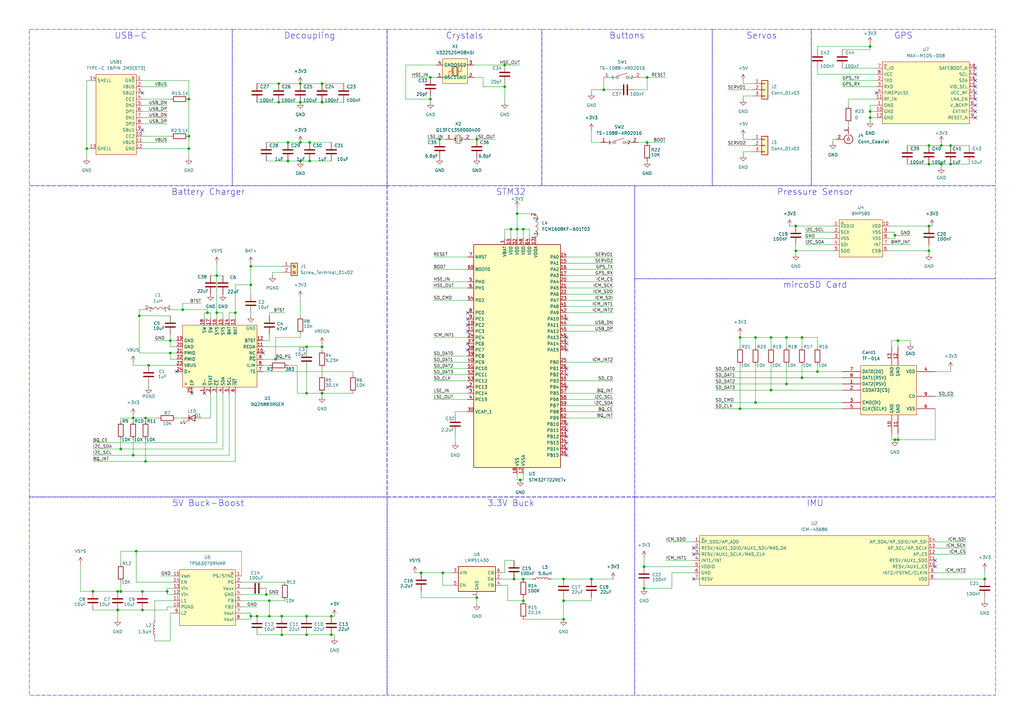
<source format=kicad_sch>
(kicad_sch (version 20250114) (generator "eeschema") (generator_version "9.0")
  (paper "A3")
  (text_box "Buttons" (at 222.25 12.065 0) (size 69.85 64.135) (margins 0.9525 0.9525 0.9525 0.9525) (stroke (width 0) (type dash)) (effects (font (size 2.54 2.54)) (justify top)))
  (text_box "mircoSD Card" (at 260.35 114.3 0) (size 147.955 89.535) (margins 0.9525 0.9525 0.9525 0.9525) (stroke (width 0) (type dash)) (effects (font (size 2.54 2.54)) (justify top)))
  (text_box "USB-C" (at 12.065 12.065 0) (size 83.185 64.135) (margins 0.9525 0.9525 0.9525 0.9525) (stroke (width 0) (type dash)) (effects (font (size 2.54 2.54)) (justify top)))
  (text_box "Crystals" (at 158.75 12.065 0) (size 63.5 64.135) (margins 0.9525 0.9525 0.9525 0.9525) (stroke (width 0) (type dash)) (effects (font (size 2.54 2.54)) (justify top)))
  (text_box "GPS" (at 332.74 12.065 0) (size 75.565 64.135) (margins 0.9525 0.9525 0.9525 0.9525) (stroke (width 0) (type dash)) (effects (font (size 2.54 2.54)) (justify top)))
  (text_box "Servos" (at 292.1 12.065 0) (size 40.64 64.135) (margins 0.9525 0.9525 0.9525 0.9525) (stroke (width 0) (type dash)) (effects (font (size 2.54 2.54)) (justify top)))
  (text_box "Battery Charger" (at 12.065 76.2 0) (size 146.685 127.635) (margins 0.9525 0.9525 0.9525 0.9525) (stroke (width 0) (type dash)) (effects (font (size 2.54 2.54)) (justify top)))
  (text_box "STM32" (at 158.75 76.2 0) (size 101.6 127.635) (margins 0.9525 0.9525 0.9525 0.9525) (stroke (width 0) (type dash)) (effects (font (size 2.54 2.54)) (justify top)))
  (text_box "IMU" (at 260.35 203.835 0) (size 147.955 81.28) (margins 0.9525 0.9525 0.9525 0.9525) (stroke (width 0) (type dash)) (effects (font (size 2.54 2.54)) (justify top)))
  (text_box "5V Buck-Boost" (at 12.065 203.835 0) (size 146.685 81.28) (margins 0.9525 0.9525 0.9525 0.9525) (stroke (width 0) (type dash)) (effects (font (size 2.54 2.54)) (justify top)))
  (text_box "Pressure Sensor" (at 260.35 76.2 0) (size 147.955 38.1) (margins 0.9525 0.9525 0.9525 0.9525) (stroke (width 0) (type dash)) (effects (font (size 2.54 2.54)) (justify top)))
  (text_box "Decoupling" (at 95.25 12.065 0) (size 63.5 64.135) (margins 0.9525 0.9525 0.9525 0.9525) (stroke (width 0) (type dash)) (effects (font (size 2.54 2.54)) (justify top)))
  (text_box "3.3V Buck" (at 158.75 203.835 0) (size 101.6 81.28) (margins 0.9525 0.9525 0.9525 0.9525) (stroke (width 0) (type dash)) (effects (font (size 2.54 2.54)) (justify top)))
  (junction (at 115.57 260.35))
  (junction (at 356.87 19.05))
  (junction (at 176.53 31.75))
  (junction (at 265.43 31.75))
  (junction (at 110.49 246.38))
  (junction (at 132.08 161.29))
  (junction (at 123.19 34.29))
  (junction (at 309.88 138.43))
  (junction (at 386.08 59.69))
  (junction (at 125.73 260.35))
  (junction (at 54.61 171.45))
  (junction (at 48.26 242.57))
  (junction (at 127 58.42))
  (junction (at 68.58 242.57))
  (junction (at 123.19 41.91))
  (junction (at 59.69 189.23))
  (junction (at 88.9 128.27))
  (junction (at 58.42 250.19))
  (junction (at 113.03 147.32))
  (junction (at 210.82 237.49))
  (junction (at 316.23 138.43))
  (junction (at 231.14 254))
  (junction (at 114.3 41.91))
  (junction (at 123.19 66.04))
  (junction (at 214.63 246.38))
  (junction (at 403.86 237.49))
  (junction (at 60.96 149.86))
  (junction (at 132.08 142.24))
  (junction (at 77.47 40.64))
  (junction (at 38.1 242.57))
  (junction (at 195.58 57.15))
  (junction (at 309.88 165.1))
  (junction (at 125.73 161.29))
  (junction (at 115.57 252.73))
  (junction (at 328.93 154.94))
  (junction (at 242.57 237.49))
  (junction (at 264.16 232.41))
  (junction (at 303.53 138.43))
  (junction (at 381 59.69))
  (junction (at 322.58 138.43))
  (junction (at 102.87 252.73))
  (junction (at 85.09 128.27))
  (junction (at 322.58 157.48))
  (junction (at 265.43 58.42))
  (junction (at 74.93 127))
  (junction (at 381 102.87))
  (junction (at 181.61 234.95))
  (junction (at 132.08 34.29))
  (junction (at 96.52 128.27))
  (junction (at 69.85 144.78))
  (junction (at 180.34 57.15))
  (junction (at 135.89 260.35))
  (junction (at 207.01 35.56))
  (junction (at 335.28 152.4))
  (junction (at 49.53 242.57))
  (junction (at 57.15 129.54))
  (junction (at 247.65 36.83))
  (junction (at 110.49 252.73))
  (junction (at 368.3 180.34))
  (junction (at 381 67.31))
  (junction (at 77.47 55.88))
  (junction (at 231.14 246.38))
  (junction (at 381 92.71))
  (junction (at 132.08 41.91))
  (junction (at 207.01 26.67))
  (junction (at 49.53 184.15))
  (junction (at 88.9 113.03))
  (junction (at 356.87 45.72))
  (junction (at 125.73 252.73))
  (junction (at 35.56 60.96))
  (junction (at 135.89 252.73))
  (junction (at 212.09 93.98))
  (junction (at 102.87 116.84))
  (junction (at 389.89 67.31))
  (junction (at 326.39 92.71))
  (junction (at 118.11 58.42))
  (junction (at 368.3 139.7))
  (junction (at 109.22 243.84))
  (junction (at 389.89 59.69))
  (junction (at 367.03 180.34))
  (junction (at 114.3 34.29))
  (junction (at 303.53 167.64))
  (junction (at 172.72 234.95))
  (junction (at 105.41 252.73))
  (junction (at 214.63 93.98))
  (junction (at 367.03 96.52))
  (junction (at 125.73 142.24))
  (junction (at 264.16 241.3))
  (junction (at 118.11 66.04))
  (junction (at 176.53 40.64))
  (junction (at 58.42 242.57))
  (junction (at 59.69 171.45))
  (junction (at 212.09 87.63))
  (junction (at 328.93 138.43))
  (junction (at 77.47 60.96))
  (junction (at 55.88 226.06))
  (junction (at 209.55 93.98))
  (junction (at 214.63 237.49))
  (junction (at 386.08 67.31))
  (junction (at 326.39 102.87))
  (junction (at 231.14 237.49))
  (junction (at 54.61 186.69))
  (junction (at 69.85 139.7))
  (junction (at 48.26 250.19))
  (junction (at 195.58 245.11))
  (junction (at 127 66.04))
  (junction (at 316.23 160.02))
  (junction (at 213.36 196.85))
  (junction (at 356.87 48.26))
  (junction (at 123.19 58.42))
  (junction (at 102.87 109.22))
  (no_connect (at 58.42 38.1))
  (no_connect (at 107.95 144.78))
  (no_connect (at 232.41 158.75))
  (no_connect (at 232.41 153.67))
  (no_connect (at 191.77 128.27))
  (no_connect (at 58.42 53.34))
  (no_connect (at 284.48 227.33))
  (no_connect (at 400.05 45.72))
  (no_connect (at 232.41 143.51))
  (no_connect (at 400.05 38.1))
  (no_connect (at 191.77 133.35))
  (no_connect (at 400.05 27.94))
  (no_connect (at 72.39 152.4))
  (no_connect (at 232.41 186.69))
  (no_connect (at 232.41 173.99))
  (no_connect (at 400.05 48.26))
  (no_connect (at 383.54 229.87))
  (no_connect (at 191.77 143.51))
  (no_connect (at 383.54 232.41))
  (no_connect (at 232.41 151.13))
  (no_connect (at 191.77 130.81))
  (no_connect (at 400.05 30.48))
  (no_connect (at 232.41 130.81))
  (no_connect (at 284.48 237.49))
  (no_connect (at 284.48 224.79))
  (no_connect (at 400.05 35.56))
  (no_connect (at 78.74 161.29))
  (no_connect (at 400.05 33.02))
  (no_connect (at 83.82 161.29))
  (no_connect (at 400.05 40.64))
  (no_connect (at 191.77 135.89))
  (no_connect (at 400.05 43.18))
  (no_connect (at 359.41 38.1))
  (no_connect (at 191.77 140.97))
  (no_connect (at 191.77 158.75))
  (no_connect (at 232.41 176.53))
  (no_connect (at 232.41 140.97))
  (no_connect (at 232.41 138.43))
  (no_connect (at 232.41 184.15))
  (no_connect (at 232.41 179.07))
  (no_connect (at 232.41 181.61))
  (wire (pts (xy 59.69 127) (xy 57.15 127)))
  (wire (pts (xy 172.72 245.11) (xy 172.72 242.57)))
  (wire (pts (xy 242.57 58.42) (xy 246.38 58.42)))
  (wire (pts (xy 91.44 130.81) (xy 91.44 128.27)))
  (wire (pts (xy 105.41 41.91) (xy 114.3 41.91)))
  (wire (pts (xy 242.57 237.49) (xy 251.46 237.49)))
  (wire (pts (xy 176.53 40.64) (xy 166.37 40.64)))
  (wire (pts (xy 48.26 242.57) (xy 49.53 242.57)))
  (wire (pts (xy 176.53 41.91) (xy 176.53 40.64)))
  (wire (pts (xy 308.61 34.29) (xy 304.8 34.29)))
  (wire (pts (xy 383.54 224.79) (xy 396.24 224.79)))
  (wire (pts (xy 69.85 251.46) (xy 71.12 251.46)))
  (wire (pts (xy 38.1 189.23) (xy 59.69 189.23)))
  (wire (pts (xy 356.87 48.26) (xy 356.87 45.72)))
  (wire (pts (xy 177.8 163.83) (xy 191.77 163.83)))
  (wire (pts (xy 214.63 93.98) (xy 217.17 93.98)))
  (wire (pts (xy 58.42 33.02) (xy 77.47 33.02)))
  (wire (pts (xy 356.87 45.72) (xy 356.87 43.18)))
  (wire (pts (xy 304.8 63.5) (xy 304.8 62.23)))
  (wire (pts (xy 58.42 48.26) (xy 68.58 48.26)))
  (wire (pts (xy 372.11 67.31) (xy 381 67.31)))
  (wire (pts (xy 109.22 243.84) (xy 114.3 243.84)))
  (wire (pts (xy 214.63 93.98) (xy 214.63 97.79)))
  (wire (pts (xy 217.17 93.98) (xy 217.17 97.79)))
  (wire (pts (xy 99.06 226.06) (xy 55.88 226.06)))
  (wire (pts (xy 110.49 139.7) (xy 110.49 137.16)))
  (wire (pts (xy 123.19 66.04) (xy 127 66.04)))
  (wire (pts (xy 330.2 95.25) (xy 341.63 95.25)))
  (wire (pts (xy 322.58 157.48) (xy 345.44 157.48)))
  (wire (pts (xy 38.1 181.61) (xy 88.9 181.61)))
  (wire (pts (xy 368.3 139.7) (xy 365.76 139.7)))
  (wire (pts (xy 177.8 115.57) (xy 191.77 115.57)))
  (wire (pts (xy 59.69 189.23) (xy 96.52 189.23)))
  (wire (pts (xy 213.36 196.85) (xy 212.09 196.85)))
  (wire (pts (xy 74.93 127) (xy 74.93 124.46)))
  (wire (pts (xy 389.89 151.13) (xy 389.89 152.4)))
  (wire (pts (xy 177.8 118.11) (xy 191.77 118.11)))
  (wire (pts (xy 186.69 177.8) (xy 186.69 181.61)))
  (wire (pts (xy 102.87 128.27) (xy 102.87 129.54)))
  (wire (pts (xy 242.57 53.34) (xy 242.57 58.42)))
  (wire (pts (xy 309.88 165.1) (xy 345.44 165.1)))
  (wire (pts (xy 345.44 20.32) (xy 356.87 20.32)))
  (wire (pts (xy 72.39 142.24) (xy 69.85 142.24)))
  (wire (pts (xy 63.5 139.7) (xy 69.85 139.7)))
  (wire (pts (xy 247.65 31.75) (xy 247.65 36.83)))
  (wire (pts (xy 264.16 240.03) (xy 264.16 241.3)))
  (wire (pts (xy 86.36 128.27) (xy 86.36 130.81)))
  (wire (pts (xy 93.98 186.69) (xy 54.61 186.69)))
  (wire (pts (xy 68.58 248.92) (xy 68.58 250.19)))
  (wire (pts (xy 68.58 243.84) (xy 71.12 243.84)))
  (wire (pts (xy 293.37 154.94) (xy 328.93 154.94)))
  (wire (pts (xy 335.28 30.48) (xy 359.41 30.48)))
  (wire (pts (xy 123.19 34.29) (xy 132.08 34.29)))
  (wire (pts (xy 121.92 161.29) (xy 125.73 161.29)))
  (wire (pts (xy 35.56 64.77) (xy 35.56 60.96)))
  (wire (pts (xy 55.88 226.06) (xy 55.88 238.76)))
  (wire (pts (xy 72.39 149.86) (xy 60.96 149.86)))
  (wire (pts (xy 373.38 139.7) (xy 368.3 139.7)))
  (wire (pts (xy 105.41 260.35) (xy 115.57 260.35)))
  (wire (pts (xy 86.36 171.45) (xy 86.36 161.29)))
  (wire (pts (xy 102.87 252.73) (xy 105.41 252.73)))
  (wire (pts (xy 231.14 246.38) (xy 242.57 246.38)))
  (wire (pts (xy 207.01 93.98) (xy 209.55 93.98)))
  (wire (pts (xy 330.2 97.79) (xy 341.63 97.79)))
  (wire (pts (xy 326.39 102.87) (xy 326.39 104.14)))
  (wire (pts (xy 232.41 115.57) (xy 251.46 115.57)))
  (wire (pts (xy 86.36 113.03) (xy 88.9 113.03)))
  (wire (pts (xy 58.42 60.96) (xy 77.47 60.96)))
  (wire (pts (xy 88.9 128.27) (xy 88.9 130.81)))
  (wire (pts (xy 59.69 171.45) (xy 64.77 171.45)))
  (wire (pts (xy 242.57 36.83) (xy 242.57 38.1)))
  (wire (pts (xy 213.36 196.85) (xy 214.63 196.85)))
  (wire (pts (xy 74.93 124.46) (xy 82.55 124.46)))
  (wire (pts (xy 110.49 128.27) (xy 110.49 129.54)))
  (wire (pts (xy 113.03 138.43) (xy 123.19 138.43)))
  (wire (pts (xy 304.8 39.37) (xy 308.61 39.37)))
  (wire (pts (xy 177.8 105.41) (xy 191.77 105.41)))
  (wire (pts (xy 63.5 261.62) (xy 63.5 262.89)))
  (wire (pts (xy 176.53 31.75) (xy 179.07 31.75)))
  (wire (pts (xy 367.03 96.52) (xy 373.38 96.52)))
  (wire (pts (xy 170.18 234.95) (xy 172.72 234.95)))
  (wire (pts (xy 261.62 58.42) (xy 265.43 58.42)))
  (wire (pts (xy 232.41 107.95) (xy 251.46 107.95)))
  (wire (pts (xy 367.03 180.34) (xy 368.3 180.34)))
  (wire (pts (xy 96.52 161.29) (xy 96.52 189.23)))
  (wire (pts (xy 118.11 66.04) (xy 123.19 66.04)))
  (wire (pts (xy 49.53 184.15) (xy 91.44 184.15)))
  (wire (pts (xy 58.42 35.56) (xy 68.58 35.56)))
  (wire (pts (xy 114.3 34.29) (xy 123.19 34.29)))
  (wire (pts (xy 74.93 127) (xy 85.09 127)))
  (wire (pts (xy 326.39 102.87) (xy 341.63 102.87)))
  (wire (pts (xy 181.61 240.03) (xy 185.42 240.03)))
  (wire (pts (xy 210.82 237.49) (xy 214.63 237.49)))
  (wire (pts (xy 54.61 149.86) (xy 54.61 148.59)))
  (wire (pts (xy 181.61 234.95) (xy 181.61 240.03)))
  (wire (pts (xy 123.19 121.92) (xy 123.19 129.54)))
  (wire (pts (xy 132.08 161.29) (xy 144.78 161.29)))
  (wire (pts (xy 356.87 49.53) (xy 356.87 48.26)))
  (wire (pts (xy 364.49 95.25) (xy 367.03 95.25)))
  (wire (pts (xy 77.47 60.96) (xy 77.47 55.88)))
  (wire (pts (xy 177.8 138.43) (xy 191.77 138.43)))
  (wire (pts (xy 265.43 58.42) (xy 273.05 58.42)))
  (wire (pts (xy 214.63 196.85) (xy 214.63 194.31)))
  (wire (pts (xy 55.88 238.76) (xy 71.12 238.76)))
  (wire (pts (xy 49.53 226.06) (xy 49.53 231.14)))
  (wire (pts (xy 275.59 241.3) (xy 264.16 241.3)))
  (wire (pts (xy 273.05 229.87) (xy 284.48 229.87)))
  (wire (pts (xy 386.08 68.58) (xy 386.08 67.31)))
  (wire (pts (xy 54.61 172.72) (xy 54.61 171.45)))
  (wire (pts (xy 264.16 228.6) (xy 264.16 232.41)))
  (wire (pts (xy 328.93 149.86) (xy 328.93 154.94)))
  (wire (pts (xy 66.04 236.22) (xy 71.12 236.22)))
  (wire (pts (xy 125.73 252.73) (xy 135.89 252.73)))
  (wire (pts (xy 382.27 92.71) (xy 381 92.71)))
  (wire (pts (xy 49.53 242.57) (xy 49.53 238.76)))
  (wire (pts (xy 383.54 162.56) (xy 391.16 162.56)))
  (wire (pts (xy 132.08 151.13) (xy 132.08 153.67)))
  (wire (pts (xy 111.76 111.76) (xy 115.57 111.76)))
  (wire (pts (xy 168.91 31.75) (xy 176.53 31.75)))
  (wire (pts (xy 175.26 57.15) (xy 180.34 57.15)))
  (wire (pts (xy 77.47 64.77) (xy 77.47 60.96)))
  (wire (pts (xy 403.86 233.68) (xy 403.86 237.49)))
  (wire (pts (xy 59.69 172.72) (xy 59.69 171.45)))
  (wire (pts (xy 177.8 110.49) (xy 191.77 110.49)))
  (wire (pts (xy 367.03 96.52) (xy 367.03 97.79)))
  (wire (pts (xy 113.03 147.32) (xy 113.03 138.43)))
  (wire (pts (xy 198.12 35.56) (xy 198.12 31.75)))
  (wire (pts (xy 54.61 180.34) (xy 54.61 186.69)))
  (wire (pts (xy 368.3 180.34) (xy 383.54 180.34)))
  (wire (pts (xy 293.37 152.4) (xy 335.28 152.4)))
  (wire (pts (xy 102.87 109.22) (xy 102.87 116.84)))
  (wire (pts (xy 99.06 241.3) (xy 101.6 241.3)))
  (wire (pts (xy 330.2 100.33) (xy 341.63 100.33)))
  (wire (pts (xy 212.09 87.63) (xy 219.71 87.63)))
  (wire (pts (xy 356.87 48.26) (xy 359.41 48.26)))
  (wire (pts (xy 373.38 140.97) (xy 373.38 139.7)))
  (wire (pts (xy 335.28 149.86) (xy 335.28 152.4)))
  (wire (pts (xy 99.06 254) (xy 102.87 254)))
  (wire (pts (xy 389.89 152.4) (xy 383.54 152.4)))
  (wire (pts (xy 326.39 100.33) (xy 326.39 102.87)))
  (wire (pts (xy 63.5 246.38) (xy 71.12 246.38)))
  (wire (pts (xy 273.05 222.25) (xy 284.48 222.25)))
  (wire (pts (xy 172.72 234.95) (xy 181.61 234.95)))
  (wire (pts (xy 368.3 139.7) (xy 368.3 142.24)))
  (wire (pts (xy 195.58 245.11) (xy 172.72 245.11)))
  (wire (pts (xy 96.52 128.27) (xy 96.52 116.84)))
  (wire (pts (xy 205.74 234.95) (xy 207.01 234.95)))
  (wire (pts (xy 309.88 138.43) (xy 309.88 142.24)))
  (wire (pts (xy 207.01 234.95) (xy 207.01 229.87)))
  (wire (pts (xy 177.8 123.19) (xy 191.77 123.19)))
  (wire (pts (xy 328.93 138.43) (xy 335.28 138.43)))
  (wire (pts (xy 232.41 171.45) (xy 251.46 171.45)))
  (wire (pts (xy 381 67.31) (xy 386.08 67.31)))
  (wire (pts (xy 383.54 222.25) (xy 396.24 222.25)))
  (wire (pts (xy 63.5 262.89) (xy 69.85 262.89)))
  (wire (pts (xy 356.87 20.32) (xy 356.87 19.05)))
  (wire (pts (xy 118.11 58.42) (xy 123.19 58.42)))
  (wire (pts (xy 316.23 138.43) (xy 322.58 138.43)))
  (wire (pts (xy 60.96 149.86) (xy 54.61 149.86)))
  (wire (pts (xy 85.09 128.27) (xy 86.36 128.27)))
  (wire (pts (xy 177.8 146.05) (xy 191.77 146.05)))
  (wire (pts (xy 109.22 58.42) (xy 118.11 58.42)))
  (wire (pts (xy 232.41 161.29) (xy 251.46 161.29)))
  (wire (pts (xy 107.95 149.86) (xy 110.49 149.86)))
  (wire (pts (xy 177.8 156.21) (xy 191.77 156.21)))
  (wire (pts (xy 303.53 137.16) (xy 303.53 138.43)))
  (wire (pts (xy 194.31 26.67) (xy 207.01 26.67)))
  (wire (pts (xy 48.26 250.19) (xy 58.42 250.19)))
  (wire (pts (xy 58.42 58.42) (xy 68.58 58.42)))
  (wire (pts (xy 298.45 36.83) (xy 308.61 36.83)))
  (wire (pts (xy 107.95 147.32) (xy 113.03 147.32)))
  (wire (pts (xy 132.08 161.29) (xy 132.08 162.56)))
  (wire (pts (xy 293.37 157.48) (xy 322.58 157.48)))
  (wire (pts (xy 102.87 251.46) (xy 102.87 252.73)))
  (wire (pts (xy 212.09 87.63) (xy 212.09 93.98)))
  (wire (pts (xy 127 58.42) (xy 135.89 58.42)))
  (wire (pts (xy 110.49 252.73) (xy 115.57 252.73)))
  (wire (pts (xy 123.19 138.43) (xy 123.19 137.16)))
  (wire (pts (xy 54.61 170.18) (xy 54.61 171.45)))
  (wire (pts (xy 383.54 227.33) (xy 396.24 227.33)))
  (wire (pts (xy 328.93 154.94) (xy 345.44 154.94)))
  (wire (pts (xy 60.96 157.48) (xy 60.96 158.75)))
  (wire (pts (xy 345.44 35.56) (xy 359.41 35.56)))
  (wire (pts (xy 389.89 59.69) (xy 397.51 59.69)))
  (wire (pts (xy 403.86 237.49) (xy 383.54 237.49)))
  (wire (pts (xy 214.63 254) (xy 231.14 254)))
  (wire (pts (xy 58.42 43.18) (xy 68.58 43.18)))
  (wire (pts (xy 99.06 243.84) (xy 109.22 243.84)))
  (wire (pts (xy 386.08 58.42) (xy 386.08 59.69)))
  (wire (pts (xy 231.14 237.49) (xy 242.57 237.49)))
  (wire (pts (xy 111.76 113.03) (xy 111.76 111.76)))
  (wire (pts (xy 335.28 27.94) (xy 335.28 30.48)))
  (wire (pts (xy 372.11 59.69) (xy 381 59.69)))
  (wire (pts (xy 177.8 161.29) (xy 191.77 161.29)))
  (wire (pts (xy 322.58 138.43) (xy 328.93 138.43)))
  (wire (pts (xy 303.53 167.64) (xy 345.44 167.64)))
  (wire (pts (xy 232.41 163.83) (xy 251.46 163.83)))
  (wire (pts (xy 96.52 128.27) (xy 96.52 130.81)))
  (wire (pts (xy 293.37 160.02) (xy 316.23 160.02)))
  (wire (pts (xy 365.76 180.34) (xy 365.76 177.8)))
  (wire (pts (xy 232.41 123.19) (xy 251.46 123.19)))
  (wire (pts (xy 71.12 241.3) (xy 68.58 241.3)))
  (wire (pts (xy 309.88 149.86) (xy 309.88 165.1)))
  (wire (pts (xy 33.02 242.57) (xy 38.1 242.57)))
  (wire (pts (xy 309.88 138.43) (xy 316.23 138.43)))
  (wire (pts (xy 99.06 251.46) (xy 102.87 251.46)))
  (wire (pts (xy 102.87 107.95) (xy 102.87 109.22)))
  (wire (pts (xy 132.08 142.24) (xy 132.08 143.51)))
  (wire (pts (xy 383.54 234.95) (xy 396.24 234.95)))
  (wire (pts (xy 93.98 161.29) (xy 93.98 186.69)))
  (wire (pts (xy 214.63 245.11) (xy 214.63 246.38)))
  (wire (pts (xy 364.49 102.87) (xy 381 102.87)))
  (wire (pts (xy 205.74 237.49) (xy 210.82 237.49)))
  (wire (pts (xy 54.61 171.45) (xy 59.69 171.45)))
  (wire (pts (xy 231.14 246.38) (xy 231.14 254)))
  (wire (pts (xy 265.43 31.75) (xy 273.05 31.75)))
  (wire (pts (xy 59.69 180.34) (xy 59.69 189.23)))
  (wire (pts (xy 214.63 237.49) (xy 218.44 237.49)))
  (wire (pts (xy 58.42 40.64) (xy 69.85 40.64)))
  (wire (pts (xy 304.8 55.88) (xy 304.8 57.15)))
  (wire (pts (xy 68.58 242.57) (xy 68.58 243.84)))
  (wire (pts (xy 57.15 129.54) (xy 57.15 144.78)))
  (wire (pts (xy 232.41 110.49) (xy 251.46 110.49)))
  (wire (pts (xy 231.14 245.11) (xy 231.14 246.38)))
  (wire (pts (xy 88.9 113.03) (xy 88.9 128.27)))
  (wire (pts (xy 247.65 36.83) (xy 252.73 36.83)))
  (wire (pts (xy 389.89 67.31) (xy 397.51 67.31)))
  (wire (pts (xy 166.37 40.64) (xy 166.37 26.67)))
  (wire (pts (xy 232.41 120.65) (xy 251.46 120.65)))
  (wire (pts (xy 125.73 142.24) (xy 125.73 143.51)))
  (wire (pts (xy 209.55 93.98) (xy 209.55 97.79)))
  (wire (pts (xy 121.92 149.86) (xy 121.92 161.29)))
  (wire (pts (xy 102.87 116.84) (xy 102.87 120.65)))
  (wire (pts (xy 232.41 148.59) (xy 251.46 148.59)))
  (wire (pts (xy 368.3 180.34) (xy 368.3 177.8)))
  (wire (pts (xy 55.88 226.06) (xy 49.53 226.06)))
  (wire (pts (xy 232.41 113.03) (xy 251.46 113.03)))
  (wire (pts (xy 58.42 55.88) (xy 69.85 55.88)))
  (wire (pts (xy 195.58 245.11) (xy 195.58 247.65)))
  (wire (pts (xy 109.22 241.3) (xy 109.22 243.84)))
  (wire (pts (xy 209.55 93.98) (xy 212.09 93.98)))
  (wire (pts (xy 88.9 113.03) (xy 91.44 113.03)))
  (wire (pts (xy 88.9 107.95) (xy 88.9 113.03)))
  (wire (pts (xy 166.37 26.67) (xy 179.07 26.67)))
  (wire (pts (xy 137.16 260.35) (xy 135.89 260.35)))
  (wire (pts (xy 180.34 57.15) (xy 182.88 57.15)))
  (wire (pts (xy 93.98 130.81) (xy 93.98 128.27)))
  (wire (pts (xy 49.53 171.45) (xy 54.61 171.45)))
  (wire (pts (xy 381 102.87) (xy 381 100.33)))
  (wire (pts (xy 58.42 250.19) (xy 68.58 250.19)))
  (wire (pts (xy 381 59.69) (xy 386.08 59.69)))
  (wire (pts (xy 144.78 152.4) (xy 144.78 153.67)))
  (wire (pts (xy 137.16 261.62) (xy 137.16 260.35)))
  (wire (pts (xy 132.08 34.29) (xy 140.97 34.29)))
  (wire (pts (xy 99.06 236.22) (xy 99.06 226.06)))
  (wire (pts (xy 127 66.04) (xy 135.89 66.04)))
  (wire (pts (xy 69.85 137.16) (xy 69.85 139.7)))
  (wire (pts (xy 69.85 147.32) (xy 69.85 144.78)))
  (wire (pts (xy 99.06 248.92) (xy 105.41 248.92)))
  (wire (pts (xy 110.49 246.38) (xy 116.84 246.38)))
  (wire (pts (xy 242.57 36.83) (xy 247.65 36.83)))
  (wire (pts (xy 105.41 34.29) (xy 114.3 34.29)))
  (wire (pts (xy 198.12 31.75) (xy 194.31 31.75)))
  (wire (pts (xy 326.39 92.71) (xy 341.63 92.71)))
  (wire (pts (xy 208.28 240.03) (xy 205.74 240.03)))
  (wire (pts (xy 232.41 105.41) (xy 251.46 105.41)))
  (wire (pts (xy 125.73 142.24) (xy 132.08 142.24)))
  (wire (pts (xy 212.09 196.85) (xy 212.09 194.31)))
  (wire (pts (xy 364.49 92.71) (xy 381 92.71)))
  (wire (pts (xy 125.73 161.29) (xy 132.08 161.29)))
  (wire (pts (xy 304.8 34.29) (xy 304.8 33.02)))
  (wire (pts (xy 115.57 260.35) (xy 125.73 260.35)))
  (wire (pts (xy 345.44 27.94) (xy 359.41 27.94)))
  (wire (pts (xy 262.89 31.75) (xy 265.43 31.75)))
  (wire (pts (xy 125.73 260.35) (xy 135.89 260.35)))
  (wire (pts (xy 335.28 20.32) (xy 335.28 19.05)))
  (wire (pts (xy 323.85 92.71) (xy 326.39 92.71)))
  (wire (pts (xy 356.87 45.72) (xy 359.41 45.72)))
  (wire (pts (xy 356.87 43.18) (xy 359.41 43.18)))
  (wire (pts (xy 386.08 59.69) (xy 389.89 59.69)))
  (wire (pts (xy 91.44 161.29) (xy 91.44 184.15)))
  (wire (pts (xy 186.69 168.91) (xy 191.77 168.91)))
  (wire (pts (xy 105.41 252.73) (xy 110.49 252.73)))
  (wire (pts (xy 207.01 229.87) (xy 210.82 229.87)))
  (wire (pts (xy 383.54 180.34) (xy 383.54 167.64)))
  (wire (pts (xy 303.53 138.43) (xy 303.53 142.24)))
  (wire (pts (xy 35.56 60.96) (xy 36.83 60.96)))
  (wire (pts (xy 335.28 152.4) (xy 345.44 152.4)))
  (wire (pts (xy 38.1 242.57) (xy 48.26 242.57)))
  (wire (pts (xy 335.28 138.43) (xy 335.28 142.24)))
  (wire (pts (xy 176.53 39.37) (xy 176.53 40.64)))
  (wire (pts (xy 275.59 234.95) (xy 275.59 241.3)))
  (wire (pts (xy 132.08 142.24) (xy 132.08 140.97)))
  (wire (pts (xy 303.53 138.43) (xy 309.88 138.43)))
  (wire (pts (xy 304.8 40.64) (xy 304.8 39.37)))
  (wire (pts (xy 110.49 246.38) (xy 110.49 252.73)))
  (wire (pts (xy 303.53 149.86) (xy 303.53 167.64)))
  (wire (pts (xy 232.41 133.35) (xy 251.46 133.35)))
  (wire (pts (xy 58.42 242.57) (xy 68.58 242.57)))
  (wire (pts (xy 102.87 109.22) (xy 115.57 109.22)))
  (wire (pts (xy 347.98 52.07) (xy 347.98 50.8)))
  (wire (pts (xy 113.03 147.32) (xy 119.38 147.32)))
  (wire (pts (xy 71.12 248.92) (xy 68.58 248.92)))
  (wire (pts (xy 177.8 148.59) (xy 191.77 148.59)))
  (wire (pts (xy 365.76 139.7) (xy 365.76 142.24)))
  (wire (pts (xy 82.55 171.45) (xy 86.36 171.45)))
  (wire (pts (xy 135.89 252.73) (xy 137.16 252.73)))
  (wire (pts (xy 107.95 152.4) (xy 144.78 152.4)))
  (wire (pts (xy 293.37 167.64) (xy 303.53 167.64)))
  (wire (pts (xy 298.45 59.69) (xy 308.61 59.69)))
  (wire (pts (xy 69.85 139.7) (xy 72.39 139.7)))
  (wire (pts (xy 364.49 100.33) (xy 373.38 100.33)))
  (wire (pts (xy 265.43 31.75) (xy 265.43 36.83)))
  (wire (pts (xy 63.5 246.38) (xy 63.5 254)))
  (wire (pts (xy 35.56 33.02) (xy 36.83 33.02)))
  (wire (pts (xy 72.39 171.45) (xy 74.93 171.45)))
  (wire (pts (xy 232.41 156.21) (xy 251.46 156.21)))
  (wire (pts (xy 345.44 33.02) (xy 359.41 33.02)))
  (wire (pts (xy 116.84 128.27) (xy 110.49 128.27)))
  (wire (pts (xy 177.8 153.67) (xy 191.77 153.67)))
  (wire (pts (xy 83.82 130.81) (xy 83.82 128.27)))
  (wire (pts (xy 96.52 116.84) (xy 102.87 116.84)))
  (wire (pts (xy 304.8 62.23) (xy 308.61 62.23)))
  (wire (pts (xy 35.56 33.02) (xy 35.56 60.96)))
  (wire (pts (xy 77.47 40.64) (xy 77.47 33.02)))
  (wire (pts (xy 232.41 168.91) (xy 251.46 168.91)))
  (wire (pts (xy 242.57 245.11) (xy 242.57 246.38)))
  (wire (pts (xy 77.47 55.88) (xy 77.47 40.64)))
  (wire (pts (xy 232.41 118.11) (xy 251.46 118.11)))
  (wire (pts (xy 99.06 238.76) (xy 116.84 238.76)))
  (wire (pts (xy 207.01 26.67) (xy 213.36 26.67)))
  (wire (pts (xy 207.01 97.79) (xy 207.01 93.98)))
  (wire (pts (xy 132.08 41.91) (xy 140.97 41.91)))
  (wire (pts (xy 54.61 186.69) (xy 38.1 186.69)))
  (wire (pts (xy 367.03 95.25) (xy 367.03 96.52)))
  (wire (pts (xy 316.23 160.02) (xy 345.44 160.02)))
  (wire (pts (xy 293.37 165.1) (xy 309.88 165.1)))
  (wire (pts (xy 68.58 241.3) (xy 68.58 242.57)))
  (wire (pts (xy 207.01 35.56) (xy 198.12 35.56)))
  (wire (pts (xy 226.06 237.49) (xy 231.14 237.49)))
  (wire (pts (xy 232.41 135.89) (xy 251.46 135.89)))
  (wire (pts (xy 316.23 149.86) (xy 316.23 160.02)))
  (wire (pts (xy 69.85 262.89) (xy 69.85 251.46)))
  (wire (pts (xy 304.8 57.15) (xy 308.61 57.15)))
  (wire (pts (xy 181.61 234.95) (xy 185.42 234.95)))
  (wire (pts (xy 341.63 57.15) (xy 341.63 58.42)))
  (wire (pts (xy 347.98 40.64) (xy 359.41 40.64)))
  (wire (pts (xy 341.63 57.15) (xy 342.9 57.15)))
  (wire (pts (xy 123.19 41.91) (xy 132.08 41.91)))
  (wire (pts (xy 85.09 127) (xy 85.09 128.27)))
  (wire (pts (xy 214.63 246.38) (xy 208.28 246.38)))
  (wire (pts (xy 347.98 43.18) (xy 347.98 40.64)))
  (wire (pts (xy 57.15 129.54) (xy 69.85 129.54)))
  (wire (pts (xy 118.11 149.86) (xy 121.92 149.86)))
  (wire (pts (xy 88.9 181.61) (xy 88.9 161.29)))
  (wire (pts (xy 186.69 170.18) (xy 186.69 168.91)))
  (wire (pts (xy 49.53 172.72) (xy 49.53 171.45)))
  (wire (pts (xy 386.08 67.31) (xy 389.89 67.31)))
  (wire (pts (xy 232.41 166.37) (xy 251.46 166.37)))
  (wire (pts (xy 177.8 151.13) (xy 191.77 151.13)))
  (wire (pts (xy 403.86 245.11) (xy 403.86 246.38)))
  (wire (pts (xy 123.19 58.42) (xy 127 58.42)))
  (wire (pts (xy 109.22 66.04) (xy 118.11 66.04)))
  (wire (pts (xy 49.53 180.34) (xy 49.53 184.15)))
  (wire (pts (xy 107.95 139.7) (xy 110.49 139.7)))
  (wire (pts (xy 57.15 144.78) (xy 69.85 144.78)))
  (wire (pts (xy 212.09 85.09) (xy 212.09 87.63)))
  (wire (pts (xy 58.42 50.8) (xy 68.58 50.8)))
  (wire (pts (xy 322.58 149.86) (xy 322.58 157.48)))
  (wire (pts (xy 38.1 250.19) (xy 48.26 250.19)))
  (wire (pts (xy 381 102.87) (xy 381 104.14)))
  (wire (pts (xy 207.01 35.56) (xy 207.01 41.91)))
  (wire (pts (xy 69.85 142.24) (xy 69.85 139.7)))
  (wire (pts (xy 83.82 128.27) (xy 85.09 128.27)))
  (wire (pts (xy 207.01 34.29) (xy 207.01 35.56)))
  (wire (pts (xy 102.87 252.73) (xy 102.87 254)))
  (wire (pts (xy 38.1 184.15) (xy 49.53 184.15)))
  (wire (pts (xy 69.85 144.78) (xy 72.39 144.78)))
  (wire (pts (xy 328.93 138.43) (xy 328.93 142.24)))
  (wire (pts (xy 69.85 127) (xy 74.93 127)))
  (wire (pts (xy 356.87 17.78) (xy 356.87 19.05)))
  (wire (pts (xy 114.3 41.91) (xy 123.19 41.91)))
  (wire (pts (xy 232.41 125.73) (xy 251.46 125.73)))
  (wire (pts (xy 57.15 127) (xy 57.15 129.54)))
  (wire (pts (xy 367.03 97.79) (xy 364.49 97.79)))
  (wire (pts (xy 115.57 252.73) (xy 125.73 252.73)))
  (wire (pts (xy 335.28 19.05) (xy 356.87 19.05)))
  (wire (pts (xy 93.98 128.27) (xy 96.52 128.27)))
  (wire (pts (xy 212.09 93.98) (xy 212.09 97.79)))
  (wire (pts (xy 203.2 57.15) (xy 195.58 57.15)))
  (wire (pts (xy 48.26 250.19) (xy 48.26 254)))
  (wire (pts (xy 284.48 234.95) (xy 275.59 234.95)))
  (wire (pts (xy 260.35 36.83) (xy 265.43 36.83)))
  (wire (pts (xy 125.73 151.13) (xy 125.73 161.29)))
  (wire (pts (xy 367.03 180.34) (xy 365.76 180.34)))
  (wire (pts (xy 316.23 138.43) (xy 316.23 142.24)))
  (wire (pts (xy 208.28 246.38) (xy 208.28 240.03)))
  (wire (pts (xy 91.44 128.27) (xy 88.9 128.27)))
  (wire (pts (xy 212.09 93.98) (xy 214.63 93.98)))
  (wire (pts (xy 33.02 231.14) (xy 33.02 242.57)))
  (wire (pts (xy 72.39 147.32) (xy 69.85 147.32)))
  (wire (pts (xy 264.16 232.41) (xy 284.48 232.41)))
  (wire (pts (xy 107.95 142.24) (xy 125.73 142.24)))
  (wire (pts (xy 49.53 242.57) (xy 58.42 242.57)))
  (wire (pts (xy 99.06 246.38) (xy 110.49 246.38)))
  (wire (pts (xy 58.42 45.72) (xy 68.58 45.72)))
  (wire (pts (xy 195.58 57.15) (xy 193.04 57.15)))
  (wire (pts (xy 232.41 128.27) (xy 251.46 128.27)))
  (wire (pts (xy 322.58 138.43) (xy 322.58 142.24)))
  (label "SD_DAT2" (at 177.8 151.13 0))
  (label "SD_CD" (at 391.16 162.56 180))
  (label "HSE_OUT" (at 213.36 26.67 180))
  (label "LSE_IN" (at 175.26 57.15 0))
  (label "GPS_RX" (at 251.46 113.03 180))
  (label "SD_DAT1" (at 177.8 148.59 0))
  (label "SD_DAT3" (at 293.37 160.02 0))
  (label "GND" (at 114.3 243.84 180))
  (label "I2C_SCL" (at 251.46 163.83 180))
  (label "BQ_PG" (at 119.38 147.32 180))
  (label "BQ_CE" (at 38.1 181.61 0))
  (label "ICM_INT2" (at 251.46 128.27 180))
  (label "ICM_SCK" (at 396.24 224.79 180))
  (label "I2C_SDA" (at 330.2 100.33 0))
  (label "I2C_SDA" (at 251.46 166.37 180))
  (label "HSE_OUT" (at 177.8 118.11 0))
  (label "ICM_INT2" (at 396.24 234.95 180))
  (label "GPS_TX" (at 345.44 33.02 0))
  (label "RESET" (at 273.05 31.75 180))
  (label "GND" (at 66.04 236.22 0))
  (label "USB_DP" (at 251.46 135.89 180))
  (label "LSE_OUT" (at 203.2 57.15 180))
  (label "GND" (at 63.5 139.7 0))
  (label "BTST" (at 82.55 124.46 180))
  (label "RESET" (at 177.8 105.41 0))
  (label "SD_CD" (at 251.46 156.21 180))
  (label "LSE_IN" (at 177.8 161.29 0))
  (label "SD_DAT0" (at 293.37 152.4 0))
  (label "VBUS" (at 68.58 58.42 180))
  (label "I2C_SCL" (at 38.1 186.69 0))
  (label "I2C_SDA" (at 38.1 184.15 0))
  (label "ICM_CS" (at 396.24 227.33 180))
  (label "ICM_CS" (at 251.46 115.57 180))
  (label "I2C_SCL" (at 330.2 95.25 0))
  (label "SD_CMD" (at 177.8 123.19 0))
  (label "SD_DAT2" (at 293.37 157.48 0))
  (label "USB_DP" (at 68.58 45.72 180))
  (label "SD_DAT0" (at 177.8 146.05 0))
  (label "GPS_TX" (at 251.46 110.49 180))
  (label "USB_DN" (at 68.58 43.18 180))
  (label "VBUS" (at 68.58 35.56 180))
  (label "ICM_INT1" (at 177.8 138.43 0))
  (label "ICM_INT1" (at 251.46 125.73 180))
  (label "SERVO2" (at 298.45 59.69 0))
  (label "SERVO1" (at 298.45 36.83 0))
  (label "HSE_IN" (at 177.8 115.57 0))
  (label "ICM_SCK" (at 251.46 118.11 180))
  (label "LSE_OUT" (at 177.8 163.83 0))
  (label "SERVO2" (at 251.46 107.95 180))
  (label "ICM_SDI" (at 251.46 123.19 180))
  (label "BQ_INT" (at 251.46 171.45 180))
  (label "HSE_IN" (at 168.91 31.75 0))
  (label "BTST" (at 116.84 128.27 180))
  (label "ICM_INT2" (at 251.46 148.59 180))
  (label "GND" (at 373.38 96.52 180))
  (label "USB_DP" (at 68.58 50.8 180))
  (label "BMP_INT" (at 373.38 100.33 180))
  (label "BQ_INT" (at 38.1 189.23 0))
  (label "GND" (at 330.2 97.79 0))
  (label "BOOT" (at 273.05 58.42 180))
  (label "ICM_SDO" (at 251.46 120.65 180))
  (label "BQ_CE" (at 251.46 168.91 180))
  (label "USB_DN" (at 251.46 133.35 180))
  (label "SD_CLK" (at 177.8 156.21 0))
  (label "SD_CMD" (at 293.37 165.1 0))
  (label "BOOT" (at 177.8 110.49 0))
  (label "SD_DAT3" (at 177.8 153.67 0))
  (label "ICM_INT1" (at 273.05 229.87 0))
  (label "USB_DN" (at 68.58 48.26 180))
  (label "ICM_SDO" (at 273.05 222.25 0))
  (label "SERVO1" (at 251.46 105.41 180))
  (label "SD_CLK" (at 293.37 167.64 0))
  (label "BQ_INT" (at 251.46 161.29 180))
  (label "GND" (at 105.41 248.92 180))
  (label "GPS_RX" (at 345.44 35.56 0))
  (label "SD_DAT1" (at 293.37 154.94 0))
  (label "ICM_SDI" (at 396.24 222.25 180))
  (symbol (lib_id "power:GND") (at 48.26 254 0) (unit 1)
    (property "Reference" "#PWR017" (effects (hide yes)))
    (property "Value" "GND" (at 48.26 259.08 0))
    (property "Description" "Power symbol creates a global label with name \"GND\" , ground" (effects (hide yes)))
  )
  (symbol (lib_id "power:GND") (at 264.16 241.3 0) (unit 1)
    (property "Reference" "#PWR027" (effects (hide yes)))
    (property "Value" "GND" (at 264.16 246.38 0))
    (property "Description" "Power symbol creates a global label with name \"GND\" , ground" (effects (hide yes)))
  )
  (symbol (lib_id "power:GND") (at 111.76 113.03 0) (unit 1)
    (property "Reference" "#PWR010" (effects (hide yes)))
    (property "Value" "PGND" (at 111.76 118.11 0))
    (property "Description" "Power symbol creates a global label with name \"GND\" , ground" (effects (hide yes)))
  )
  (symbol (lib_id "power:GND") (at 77.47 64.77 0) (unit 1)
    (property "Reference" "#PWR02" (effects (hide yes)))
    (property "Value" "GND" (at 77.47 69.85 0))
    (property "Description" "Power symbol creates a global label with name \"GND\" , ground" (effects (hide yes)))
  )
  (symbol (lib_id "power:+3V3") (at 356.87 17.78 0) (unit 1)
    (property "Reference" "#PWR053" (effects (hide yes)))
    (property "Value" "+3V3" (at 356.87 13.716 0))
    (property "Description" "Power symbol creates a global label with name \"+3V3\"" (effects (hide yes)))
  )
  (symbol (lib_id "power:+3V3") (at 54.61 170.18 0) (unit 1)
    (property "Reference" "#PWR05" (effects (hide yes)))
    (property "Value" "+3V3" (at 54.61 165.1 0))
    (property "Description" "Power symbol creates a global label with name \"+3V3\"" (effects (hide yes)))
  )
  (symbol (lib_id "lcsc:BQ25883RGER") (at 90.17 146.05 90) (unit 1)
    (property "Reference" "U1" (at 109.728 163.322 90))
    (property "Value" "BQ25883RGER" (at 109.728 165.862 90))
    (property "Footprint" "lcsc:VFQFPN-24_L4.0-W4.0-P0.50-BL-EP2.8" (effects (hide yes)))
    (property "LCSC Part" "C544362" (effects (hide yes)))
  )
  (symbol (lib_id "Device:C") (at 60.96 153.67 0) (unit 1)
    (property "Reference" "C1" (at 65.024 152.4 0) (effects (justify left)))
    (property "Value" "1uF" (at 64.77 154.432 0) (effects (justify left)))
    (property "Footprint" "Capacitor_SMD:C_0402_1005Metric" (effects (hide yes)))
    (property "Description" "Unpolarized capacitor" (effects (hide yes)))
  )
  (symbol (lib_id "power:+3V3") (at 123.19 34.29 0) (unit 1)
    (property "Reference" "#PWR038" (effects (hide yes)))
    (property "Value" "+3V3" (at 123.19 29.21 0))
    (property "Description" "Power symbol creates a global label with name \"+3V3\"" (effects (hide yes)))
  )
  (symbol (lib_id "power:GND") (at 123.19 66.04 0) (unit 1)
    (property "Reference" "#PWR040" (effects (hide yes)))
    (property "Value" "GND" (at 123.19 71.12 0))
    (property "Description" "Power symbol creates a global label with name \"GND\" , ground" (effects (hide yes)))
  )
  (symbol (lib_id "Device:C") (at 127 62.23 0) (mirror y) (unit 1)
    (property "Reference" "C30" (at 132.08 59.69 0) (effects (justify left)))
    (property "Value" "1uF" (at 134.112 65.278 0) (effects (justify left)))
    (property "Footprint" "Capacitor_SMD:C_0402_1005Metric" (effects (hide yes)))
    (property "Description" "Unpolarized capacitor" (effects (hide yes)))
  )
  (symbol (lib_id "Device:R") (at 328.93 146.05 180) (unit 1)
    (property "Reference" "R17" (at 329.438 142.24 0) (effects (justify right)))
    (property "Value" "10K" (at 329.184 149.86 0) (effects (justify right)))
    (property "Footprint" "Resistor_SMD:R_0201_0603Metric" (effects (hide yes)))
    (property "Description" "Resistor" (effects (hide yes)))
  )
  (symbol (lib_id "Device:LED") (at 78.74 171.45 0) (unit 1)
    (property "Reference" "D1" (at 81.28 170.434 0))
    (property "Value" "LED" (at 78.74 168.656 0))
    (property "Footprint" "LED_SMD:LED_0402_1005Metric" (effects (hide yes)))
    (property "Description" "Light emitting diode" (effects (hide yes)))
    (property "Sim.Pins" "1=K 2=A" (effects (hide yes)))
  )
  (symbol (lib_id "power:GND") (at 186.69 181.61 0) (unit 1)
    (property "Reference" "#PWR036" (effects (hide yes)))
    (property "Value" "GND" (at 186.69 186.69 0))
    (property "Description" "Power symbol creates a global label with name \"GND\" , ground" (effects (hide yes)))
  )
  (symbol (lib_id "Device:R") (at 316.23 146.05 180) (unit 1)
    (property "Reference" "R19" (at 316.738 142.24 0) (effects (justify right)))
    (property "Value" "10K" (at 316.484 149.86 0) (effects (justify right)))
    (property "Footprint" "Resistor_SMD:R_0201_0603Metric" (effects (hide yes)))
    (property "Description" "Resistor" (effects (hide yes)))
  )
  (symbol (lib_id "power:+5V") (at 304.8 55.88 0) (unit 1)
    (property "Reference" "#PWR049" (effects (hide yes)))
    (property "Value" "+5V" (at 304.8 50.8 0))
    (property "Description" "Power symbol creates a global label with name \"+5V\"" (effects (hide yes)))
  )
  (symbol (lib_id "power:+3V3") (at 386.08 58.42 0) (unit 1)
    (property "Reference" "#PWR056" (effects (hide yes)))
    (property "Value" "+3V3" (at 386.08 54.61 0))
    (property "Description" "Power symbol creates a global label with name \"+3V3\"" (effects (hide yes)))
  )
  (symbol (lib_id "power:+3V3") (at 382.27 92.71 0) (unit 1)
    (property "Reference" "#PWR023" (effects (hide yes)))
    (property "Value" "+3V3" (at 382.27 87.63 0))
    (property "Description" "Power symbol creates a global label with name \"+3V3\"" (effects (hide yes)))
  )
  (symbol (lib_id "power:GND") (at 176.53 41.91 0) (unit 1)
    (property "Reference" "#PWR041" (effects (hide yes)))
    (property "Value" "GND" (at 176.53 46.99 0))
    (property "Description" "Power symbol creates a global label with name \"GND\" , ground" (effects (hide yes)))
  )
  (symbol (lib_id "Device:R") (at 335.28 146.05 180) (unit 1)
    (property "Reference" "R16" (at 335.788 142.24 0) (effects (justify right)))
    (property "Value" "10K" (at 335.534 149.86 0) (effects (justify right)))
    (property "Footprint" "Resistor_SMD:R_0201_0603Metric" (effects (hide yes)))
    (property "Description" "Resistor" (effects (hide yes)))
  )
  (symbol (lib_id "lcsc:TS-1088-AR02016") (at 255.27 31.75 0) (unit 1)
    (property "Reference" "SW1" (at 255.27 25.4 0))
    (property "Value" "TS-1088-AR02016" (at 255.27 27.94 0))
    (property "Footprint" "lcsc:SW-SMD_L3.9-W3.0-P4.45" (effects (hide yes)))
    (property "Datasheet" "https://lcsc.com/product-detail/Tactile-Switches_XUNPU-TS-1088-AR02016_C720477.html" (effects (hide yes)))
    (property "LCSC Part" "C720477" (effects (hide yes)))
  )
  (symbol (lib_id "lcsc:DFE252012F-1R0M=P2") (at 64.77 127 180) (unit 1)
    (property "Reference" "L1" (at 64.77 120.904 0))
    (property "Value" "1uH" (at 64.77 123.444 0))
    (property "Footprint" "lcsc:L2520" (effects (hide yes)))
    (property "Datasheet" "https://lcsc.com/product-detail/Inductors-SMD_Murata-Electronics-DFE252012F-1R0M-P2_C435392.html" (effects (hide yes)))
    (property "LCSC Part" "C435392" (effects (hide yes)))
  )
  (symbol (lib_id "Device:C") (at 186.69 173.99 0) (unit 1)
    (property "Reference" "C32" (at 182.626 171.704 0) (effects (justify left)))
    (property "Value" "2.2uF" (at 180.848 176.276 0) (effects (justify left)))
    (property "Footprint" "Capacitor_SMD:C_0201_0603Metric" (effects (hide yes)))
    (property "Description" "Unpolarized capacitor" (effects (hide yes)))
  )
  (symbol (lib_id "Device:R") (at 144.78 157.48 180) (unit 1)
    (property "Reference" "R6" (at 146.05 155.956 0) (effects (justify right)))
    (property "Value" "10K" (at 146.05 157.988 0) (effects (justify right)))
    (property "Footprint" "Resistor_SMD:R_0201_0603Metric" (effects (hide yes)))
    (property "Description" "Resistor" (effects (hide yes)))
  )
  (symbol (lib_id "Connector:Conn_Coaxial") (at 347.98 57.15 270) (unit 1)
    (property "Reference" "J4" (at 351.79 55.5624 90) (effects (justify left)))
    (property "Value" "Conn_Coaxial" (at 351.79 58.1024 90) (effects (justify left)))
    (property "Footprint" "Connector_Coaxial:U.FL_Hirose_U.FL-R-SMT-1_Vertical" (effects (hide yes)))
    (property "Description" "coaxial connector (BNC, SMA, SMB, SMC, Cinch/RCA, LEMO, ...)" (effects (hide yes)))
  )
  (symbol (lib_id "Device:L") (at 63.5 257.81 0) (mirror y) (unit 1)
    (property "Reference" "L2" (at 62.23 256.5399 0) (effects (justify left)))
    (property "Value" "1.5uH" (at 62.23 259.0799 0) (effects (justify left)))
    (property "Footprint" "lcsc:IND-SMD_L4.0-W4.0-A" (effects (hide yes)))
    (property "Description" "Inductor" (effects (hide yes)))
  )
  (symbol (lib_id "lcsc:TYPE-C16PIN2MD(073)") (at 46.99 46.99 0) (mirror y) (unit 1)
    (property "Reference" "USB1" (at 47.625 25.4 0))
    (property "Value" "TYPE-C 16PIN 2MD(073)" (at 47.625 27.94 0))
    (property "Footprint" "lcsc:USB-C-SMD_TYPE-C-6PIN-2MD-073" (effects (hide yes)))
    (property "LCSC Part" "C2765186" (effects (hide yes)))
  )
  (symbol (lib_id "Device:R") (at 322.58 146.05 180) (unit 1)
    (property "Reference" "R18" (at 323.088 142.24 0) (effects (justify right)))
    (property "Value" "10K" (at 322.834 149.86 0) (effects (justify right)))
    (property "Footprint" "Resistor_SMD:R_0201_0603Metric" (effects (hide yes)))
    (property "Description" "Resistor" (effects (hide yes)))
  )
  (symbol (lib_id "Device:C") (at 38.1 246.38 0) (mirror y) (unit 1)
    (property "Reference" "C8" (at 35.052 245.872 0) (effects (justify left)))
    (property "Value" "10uF" (at 35.306 247.904 0) (effects (justify left)))
    (property "Footprint" "Capacitor_SMD:C_0805_2012Metric" (effects (hide yes)))
    (property "Description" "Unpolarized capacitor" (effects (hide yes)))
  )
  (symbol (lib_id "Device:C") (at 102.87 124.46 0) (unit 1)
    (property "Reference" "C2" (at 105.918 123.952 0) (effects (justify left)))
    (property "Value" "10uF" (at 105.664 125.984 0) (effects (justify left)))
    (property "Footprint" "Capacitor_SMD:C_0603_1608Metric" (effects (hide yes)))
    (property "Description" "Unpolarized capacitor" (effects (hide yes)))
  )
  (symbol (lib_id "power:VBUS") (at 170.18 234.95 0) (unit 1)
    (property "Reference" "#PWR018" (effects (hide yes)))
    (property "Value" "VSYS" (at 170.18 229.87 0))
    (property "Description" "Power symbol creates a global label with name \"VBUS\"" (effects (hide yes)))
  )
  (symbol (lib_id "Device:R") (at 68.58 171.45 270) (unit 1)
    (property "Reference" "R7" (at 68.58 169.418 90))
    (property "Value" "10K" (at 68.58 173.736 90))
    (property "Footprint" "Resistor_SMD:R_0201_0603Metric" (effects (hide yes)))
    (property "Description" "Resistor" (effects (hide yes)))
  )
  (symbol (lib_id "Device:R") (at 49.53 176.53 180) (unit 1)
    (property "Reference" "R9" (at 50.038 172.72 0) (effects (justify right)))
    (property "Value" "10K" (at 49.784 180.34 0) (effects (justify right)))
    (property "Footprint" "Resistor_SMD:R_0201_0603Metric" (effects (hide yes)))
    (property "Description" "Resistor" (effects (hide yes)))
  )
  (symbol (lib_id "Device:C") (at 264.16 236.22 0) (mirror y) (unit 1)
    (property "Reference" "C22" (at 271.272 235.712 0) (effects (justify left)))
    (property "Value" "100nF" (at 273.558 237.744 0) (effects (justify left)))
    (property "Footprint" "Capacitor_SMD:C_0201_0603Metric" (effects (hide yes)))
    (property "Description" "Unpolarized capacitor" (effects (hide yes)))
  )
  (symbol (lib_id "power:+3V3") (at 242.57 53.34 0) (unit 1)
    (property "Reference" "#PWR046" (effects (hide yes)))
    (property "Value" "+3V3" (at 242.57 48.26 0))
    (property "Description" "Power symbol creates a global label with name \"+3V3\"" (effects (hide yes)))
  )
  (symbol (lib_id "Device:C") (at 403.86 241.3 0) (mirror y) (unit 1)
    (property "Reference" "C21" (at 401.574 239.268 0) (effects (justify left)))
    (property "Value" "100nF" (at 402.336 243.586 0) (effects (justify left)))
    (property "Footprint" "Capacitor_SMD:C_0201_0603Metric" (effects (hide yes)))
    (property "Description" "Unpolarized capacitor" (effects (hide yes)))
  )
  (symbol (lib_id "lcsc:TF-01A") (at 364.49 160.02 0) (unit 1)
    (property "Reference" "Card1" (at 353.568 144.526 0) (effects (justify left)))
    (property "Value" "TF-01A" (at 353.568 147.066 0) (effects (justify left)))
    (property "Footprint" "lcsc:TF-SMD_TF-01A" (effects (hide yes)))
    (property "Datasheet" "https://lcsc.com/product-detail/Card-Sockets_TF-01A_C91145.html" (effects (hide yes)))
    (property "LCSC Part" "C91145" (effects (hide yes)))
  )
  (symbol (lib_id "lcsc:FCM1608KF-601T03") (at 219.71 92.71 90) (unit 1)
    (property "Reference" "L4" (at 222.25 91.4399 90) (effects (justify right)))
    (property "Value" "FCM1608KF-601T03" (at 222.25 93.9799 90) (effects (justify right)))
    (property "Footprint" "lcsc:L0603" (effects (hide yes)))
    (property "Datasheet" "https://lcsc.com/product-detail/Multilayer-Ceramic-Capacitors_600R-25-at100MHz_C141723.html" (effects (hide yes)))
    (property "LCSC Part" "C141723" (effects (hide yes)))
  )
  (symbol (lib_id "power:GND") (at 35.56 64.77 0) (unit 1)
    (property "Reference" "#PWR01" (effects (hide yes)))
    (property "Value" "GND" (at 35.56 69.85 0))
    (property "Description" "Power symbol creates a global label with name \"GND\" , ground" (effects (hide yes)))
  )
  (symbol (lib_id "Device:C") (at 180.34 60.96 0) (unit 1)
    (property "Reference" "C35" (at 175.26 58.42 0) (effects (justify left)))
    (property "Value" "6.8pF" (at 174.244 64.008 0) (effects (justify left)))
    (property "Footprint" "Capacitor_SMD:C_0201_0603Metric" (effects (hide yes)))
    (property "Description" "Unpolarized capacitor" (effects (hide yes)))
  )
  (symbol (lib_id "power:VBUS") (at 54.61 148.59 0) (unit 1)
    (property "Reference" "#PWR013" (effects (hide yes)))
    (property "Value" "VBUS" (at 54.61 143.51 0))
    (property "Description" "Power symbol creates a global label with name \"VBUS\"" (effects (hide yes)))
  )
  (symbol (lib_id "lcsc:Q13FC1350000400") (at 187.96 57.15 0) (unit 1)
    (property "Reference" "X2" (at 187.96 50.8 0))
    (property "Value" "Q13FC1350000400" (at 187.96 53.34 0))
    (property "Footprint" "lcsc:FC-135R_L3.2-W1.5" (effects (hide yes)))
    (property "Datasheet" "https://lcsc.com/product-detail/SMD-Crystals_EPSON_Q13FC1350000400_32-768KHz-20ppm-12-5pF_C32346.html" (effects (hide yes)))
    (property "LCSC Part" "C32346" (effects (hide yes)))
  )
  (symbol (lib_id "Device:R") (at 309.88 146.05 180) (unit 1)
    (property "Reference" "R20" (at 310.388 142.24 0) (effects (justify right)))
    (property "Value" "10K" (at 310.134 149.86 0) (effects (justify right)))
    (property "Footprint" "Resistor_SMD:R_0201_0603Metric" (effects (hide yes)))
    (property "Description" "Resistor" (effects (hide yes)))
  )
  (symbol (lib_id "Device:C") (at 123.19 38.1 0) (mirror y) (unit 1)
    (property "Reference" "C25" (at 128.27 35.56 0) (effects (justify left)))
    (property "Value" "100nF" (at 130.302 41.148 0) (effects (justify left)))
    (property "Footprint" "Capacitor_SMD:C_0201_0603Metric" (effects (hide yes)))
    (property "Description" "Unpolarized capacitor" (effects (hide yes)))
  )
  (symbol (lib_id "power:+3V3") (at 303.53 137.16 0) (unit 1)
    (property "Reference" "#PWR030" (effects (hide yes)))
    (property "Value" "+3V3" (at 303.53 132.08 0))
    (property "Description" "Power symbol creates a global label with name \"+3V3\"" (effects (hide yes)))
  )
  (symbol (lib_id "Device:C") (at 207.01 30.48 0) (unit 1)
    (property "Reference" "C34" (at 201.93 27.94 0) (effects (justify left)))
    (property "Value" "20pF" (at 201.168 33.528 0) (effects (justify left)))
    (property "Footprint" "Capacitor_SMD:C_0201_0603Metric" (effects (hide yes)))
    (property "Description" "Unpolarized capacitor" (effects (hide yes)))
  )
  (symbol (lib_id "power:GND") (at 373.38 140.97 0) (unit 1)
    (property "Reference" "#PWR031" (effects (hide yes)))
    (property "Value" "GND" (at 373.38 145.034 0))
    (property "Description" "Power symbol creates a global label with name \"GND\" , ground" (effects (hide yes)))
  )
  (symbol (lib_id "Device:R") (at 123.19 133.35 180) (unit 1)
    (property "Reference" "R8" (at 124.46 131.826 0) (effects (justify right)))
    (property "Value" "10K" (at 124.46 133.858 0) (effects (justify right)))
    (property "Footprint" "Resistor_SMD:R_0201_0603Metric" (effects (hide yes)))
    (property "Description" "Resistor" (effects (hide yes)))
  )
  (symbol (lib_id "power:+3V3") (at 123.19 58.42 0) (unit 1)
    (property "Reference" "#PWR039" (effects (hide yes)))
    (property "Value" "+3V3" (at 123.19 53.34 0))
    (property "Description" "Power symbol creates a global label with name \"+3V3\"" (effects (hide yes)))
  )
  (symbol (lib_id "power:VBUS") (at 33.02 231.14 0) (unit 1)
    (property "Reference" "#PWR016" (effects (hide yes)))
    (property "Value" "VSYS" (at 33.02 226.06 0))
    (property "Description" "Power symbol creates a global label with name \"VBUS\"" (effects (hide yes)))
  )
  (symbol (lib_id "power:+3V3") (at 212.09 85.09 0) (unit 1)
    (property "Reference" "#PWR034" (effects (hide yes)))
    (property "Value" "+3V3" (at 212.09 81.534 0))
    (property "Description" "Power symbol creates a global label with name \"+3V3\"" (effects (hide yes)))
  )
  (symbol (lib_id "Device:R") (at 303.53 146.05 180) (unit 1)
    (property "Reference" "R21" (at 304.038 142.24 0) (effects (justify right)))
    (property "Value" "10K" (at 303.784 149.86 0) (effects (justify right)))
    (property "Footprint" "Resistor_SMD:R_0201_0603Metric" (effects (hide yes)))
    (property "Description" "Resistor" (effects (hide yes)))
  )
  (symbol (lib_id "Device:R") (at 116.84 242.57 180) (unit 1)
    (property "Reference" "R13" (at 117.348 238.76 0) (effects (justify right)))
    (property "Value" "10K" (at 117.094 246.38 0) (effects (justify right)))
    (property "Footprint" "Resistor_SMD:R_0201_0603Metric" (effects (hide yes)))
    (property "Description" "Resistor" (effects (hide yes)))
  )
  (symbol (lib_id "power:+3V3") (at 251.46 237.49 0) (unit 1)
    (property "Reference" "#PWR020" (effects (hide yes)))
    (property "Value" "+3V3" (at 251.46 232.41 0))
    (property "Description" "Power symbol creates a global label with name \"+3V3\"" (effects (hide yes)))
  )
  (symbol (lib_id "power:GND") (at 386.08 68.58 0) (unit 1)
    (property "Reference" "#PWR057" (effects (hide yes)))
    (property "Value" "GND" (at 386.08 72.898 0))
    (property "Description" "Power symbol creates a global label with name \"GND\" , ground" (effects (hide yes)))
  )
  (symbol (lib_id "power:+5V") (at 137.16 252.73 0) (unit 1)
    (property "Reference" "#PWR03" (effects (hide yes)))
    (property "Value" "+5V" (at 137.16 247.65 0))
    (property "Description" "Power symbol creates a global label with name \"+5V\"" (effects (hide yes)))
  )
  (symbol (lib_id "Device:C") (at 109.22 62.23 0) (mirror y) (unit 1)
    (property "Reference" "C28" (at 114.3 59.69 0) (effects (justify left)))
    (property "Value" "1uF" (at 116.332 65.278 0) (effects (justify left)))
    (property "Footprint" "Capacitor_SMD:C_0402_1005Metric" (effects (hide yes)))
    (property "Description" "Unpolarized capacitor" (effects (hide yes)))
  )
  (symbol (lib_id "Device:R") (at 214.63 250.19 180) (unit 1)
    (property "Reference" "R15" (at 216.408 249.174 0) (effects (justify right)))
    (property "Value" "22.1K" (at 216.408 251.206 0) (effects (justify right)))
    (property "Footprint" "Resistor_SMD:R_0402_1005Metric" (effects (hide yes)))
    (property "Description" "Resistor" (effects (hide yes)))
  )
  (symbol (lib_id "power:GND") (at 304.8 63.5 0) (unit 1)
    (property "Reference" "#PWR050" (effects (hide yes)))
    (property "Value" "GND" (at 304.8 68.58 0))
    (property "Description" "Power symbol creates a global label with name \"GND\" , ground" (effects (hide yes)))
  )
  (symbol (lib_id "Device:C") (at 105.41 256.54 0) (unit 1)
    (property "Reference" "C12" (at 108.458 256.032 0) (effects (justify left)))
    (property "Value" "10uF" (at 108.204 258.064 0) (effects (justify left)))
    (property "Footprint" "Capacitor_SMD:C_0603_1608Metric" (effects (hide yes)))
    (property "Description" "Unpolarized capacitor" (effects (hide yes)))
  )
  (symbol (lib_id "lcsc:TS-1088-AR02016") (at 254 58.42 0) (unit 1)
    (property "Reference" "SW2" (at 254 52.07 0))
    (property "Value" "TS-1088-AR02016" (at 254 54.61 0))
    (property "Footprint" "lcsc:SW-SMD_L3.9-W3.0-P4.45" (effects (hide yes)))
    (property "Datasheet" "https://lcsc.com/product-detail/Tactile-Switches_XUNPU-TS-1088-AR02016_C720477.html" (effects (hide yes)))
    (property "LCSC Part" "C720477" (effects (hide yes)))
  )
  (symbol (lib_id "Device:C") (at 381 63.5 0) (mirror y) (unit 1)
    (property "Reference" "C40" (at 386.08 60.96 0) (effects (justify left)))
    (property "Value" "100nF" (at 388.112 66.548 0) (effects (justify left)))
    (property "Footprint" "Capacitor_SMD:C_0402_1005Metric" (effects (hide yes)))
    (property "Description" "Unpolarized capacitor" (effects (hide yes)))
  )
  (symbol (lib_id "power:GND") (at 86.36 120.65 0) (unit 1)
    (property "Reference" "#PWR055" (effects (hide yes)))
    (property "Value" "GND" (at 86.36 125.73 0))
    (property "Description" "Power symbol creates a global label with name \"GND\" , ground" (effects (hide yes)))
  )
  (symbol (lib_id "power:GND") (at 242.57 38.1 0) (unit 1)
    (property "Reference" "#PWR045" (effects (hide yes)))
    (property "Value" "GND" (at 242.57 43.18 0))
    (property "Description" "Power symbol creates a global label with name \"GND\" , ground" (effects (hide yes)))
  )
  (symbol (lib_id "Device:C") (at 48.26 246.38 0) (mirror y) (unit 1)
    (property "Reference" "C7" (at 45.212 245.872 0) (effects (justify left)))
    (property "Value" "10uF" (at 45.466 247.904 0) (effects (justify left)))
    (property "Footprint" "Capacitor_SMD:C_0805_2012Metric" (effects (hide yes)))
    (property "Description" "Unpolarized capacitor" (effects (hide yes)))
  )
  (symbol (lib_id "power:+BATT") (at 102.87 107.95 0) (unit 1)
    (property "Reference" "#PWR09" (effects (hide yes)))
    (property "Value" "BAT+" (at 102.87 102.87 0))
    (property "Description" "Power symbol creates a global label with name \"+BATT\"" (effects (hide yes)))
  )
  (symbol (lib_id "Device:C") (at 140.97 38.1 0) (mirror y) (unit 1)
    (property "Reference" "C23" (at 146.05 35.56 0) (effects (justify left)))
    (property "Value" "100nF" (at 148.082 41.148 0) (effects (justify left)))
    (property "Footprint" "Capacitor_SMD:C_0201_0603Metric" (effects (hide yes)))
    (property "Description" "Unpolarized capacitor" (effects (hide yes)))
  )
  (symbol (lib_id "Device:R") (at 265.43 62.23 180) (unit 1)
    (property "Reference" "R22" (at 266.954 61.468 0) (effects (justify right)))
    (property "Value" "10K" (at 266.954 63.5 0) (effects (justify right)))
    (property "Footprint" "Resistor_SMD:R_0201_0603Metric" (effects (hide yes)))
    (property "Description" "Resistor" (effects (hide yes)))
  )
  (symbol (lib_id "power:GND") (at 213.36 196.85 0) (unit 1)
    (property "Reference" "#PWR035" (effects (hide yes)))
    (property "Value" "GND" (at 213.36 201.93 0))
    (property "Description" "Power symbol creates a global label with name \"GND\" , ground" (effects (hide yes)))
  )
  (symbol (lib_id "power:+3V3") (at 323.85 92.71 0) (unit 1)
    (property "Reference" "#PWR022" (effects (hide yes)))
    (property "Value" "+3V3" (at 323.85 87.63 0))
    (property "Description" "Power symbol creates a global label with name \"+3V3\"" (effects (hide yes)))
  )
  (symbol (lib_id "Device:C") (at 86.36 116.84 0) (unit 1)
    (property "Reference" "C38" (at 81.026 113.538 0) (effects (justify left)))
    (property "Value" "22uF" (at 80.772 119.38 0) (effects (justify left)))
    (property "Footprint" "Capacitor_SMD:C_0603_1608Metric" (effects (hide yes)))
    (property "Description" "Unpolarized capacitor" (effects (hide yes)))
  )
  (symbol (lib_id "Device:C") (at 256.54 36.83 90) (mirror x) (unit 1)
    (property "Reference" "C37" (at 250.952 38.608 90) (effects (justify right)))
    (property "Value" "100nF" (at 258.318 38.608 90) (effects (justify right)))
    (property "Footprint" "Capacitor_SMD:C_0201_0603Metric" (effects (hide yes)))
    (property "Description" "Unpolarized capacitor" (effects (hide yes)))
  )
  (symbol (lib_id "Device:C") (at 176.53 35.56 0) (unit 1)
    (property "Reference" "C33" (at 171.45 33.02 0) (effects (justify left)))
    (property "Value" "20pF" (at 170.688 38.608 0) (effects (justify left)))
    (property "Footprint" "Capacitor_SMD:C_0201_0603Metric" (effects (hide yes)))
    (property "Description" "Unpolarized capacitor" (effects (hide yes)))
  )
  (symbol (lib_id "power:GND") (at 123.19 41.91 0) (unit 1)
    (property "Reference" "#PWR037" (effects (hide yes)))
    (property "Value" "GND" (at 123.19 46.99 0))
    (property "Description" "Power symbol creates a global label with name \"GND\" , ground" (effects (hide yes)))
  )
  (symbol (lib_id "Device:C") (at 125.73 256.54 0) (unit 1)
    (property "Reference" "C10" (at 128.778 256.032 0) (effects (justify left)))
    (property "Value" "22uF" (at 128.524 258.064 0) (effects (justify left)))
    (property "Footprint" "Capacitor_SMD:C_0805_2012Metric" (effects (hide yes)))
    (property "Description" "Unpolarized capacitor" (effects (hide yes)))
  )
  (symbol (lib_id "power:GND") (at 91.44 120.65 0) (unit 1)
    (property "Reference" "#PWR04" (effects (hide yes)))
    (property "Value" "GND" (at 91.44 125.73 0))
    (property "Description" "Power symbol creates a global label with name \"GND\" , ground" (effects (hide yes)))
  )
  (symbol (lib_id "power:GND") (at 403.86 246.38 0) (unit 1)
    (property "Reference" "#PWR029" (effects (hide yes)))
    (property "Value" "GND" (at 403.86 251.46 0))
    (property "Description" "Power symbol creates a global label with name \"GND\" , ground" (effects (hide yes)))
  )
  (symbol (lib_id "Device:R") (at 214.63 241.3 180) (unit 1)
    (property "Reference" "R14" (at 216.408 240.284 0) (effects (justify right)))
    (property "Value" "100K" (at 216.408 242.316 0) (effects (justify right)))
    (property "Footprint" "Resistor_SMD:R_0402_1005Metric" (effects (hide yes)))
    (property "Description" "Resistor" (effects (hide yes)))
  )
  (symbol (lib_id "Device:R") (at 59.69 176.53 180) (unit 1)
    (property "Reference" "R11" (at 60.198 172.72 0) (effects (justify right)))
    (property "Value" "10K" (at 59.944 180.34 0) (effects (justify right)))
    (property "Footprint" "Resistor_SMD:R_0201_0603Metric" (effects (hide yes)))
    (property "Description" "Resistor" (effects (hide yes)))
  )
  (symbol (lib_id "Device:C") (at 335.28 24.13 0) (mirror y) (unit 1)
    (property "Reference" "C42" (at 340.36 21.59 0) (effects (justify left)))
    (property "Value" "100nF" (at 342.392 27.178 0) (effects (justify left)))
    (property "Footprint" "Capacitor_SMD:C_0402_1005Metric" (effects (hide yes)))
    (property "Description" "Unpolarized capacitor" (effects (hide yes)))
  )
  (symbol (lib_id "Device:C") (at 110.49 133.35 0) (unit 1)
    (property "Reference" "C4" (at 113.538 132.842 0) (effects (justify left)))
    (property "Value" "47nF" (at 113.284 134.874 0) (effects (justify left)))
    (property "Footprint" "Capacitor_SMD:C_0201_0603Metric" (effects (hide yes)))
    (property "Description" "Unpolarized capacitor" (effects (hide yes)))
  )
  (symbol (lib_id "Device:R") (at 49.53 234.95 180) (unit 1)
    (property "Reference" "R12" (at 50.038 231.14 0) (effects (justify right)))
    (property "Value" "10K" (at 49.784 238.76 0) (effects (justify right)))
    (property "Footprint" "Resistor_SMD:R_0201_0603Metric" (effects (hide yes)))
    (property "Description" "Resistor" (effects (hide yes)))
  )
  (symbol (lib_id "power:+3V3") (at 403.86 233.68 0) (unit 1)
    (property "Reference" "#PWR028" (effects (hide yes)))
    (property "Value" "+3V3" (at 403.86 228.6 0))
    (property "Description" "Power symbol creates a global label with name \"+3V3\"" (effects (hide yes)))
  )
  (symbol (lib_id "power:GND") (at 180.34 64.77 0) (unit 1)
    (property "Reference" "#PWR043" (effects (hide yes)))
    (property "Value" "GND" (at 180.34 69.85 0))
    (property "Description" "Power symbol creates a global label with name \"GND\" , ground" (effects (hide yes)))
  )
  (symbol (lib_id "Device:R") (at 73.66 40.64 270) (unit 1)
    (property "Reference" "R1" (at 71.628 38.354 90))
    (property "Value" "5.1K" (at 75.184 38.354 90))
    (property "Footprint" "Resistor_SMD:R_0201_0603Metric" (effects (hide yes)))
    (property "Description" "Resistor" (effects (hide yes)))
  )
  (symbol (lib_id "power:GND") (at 367.03 180.34 0) (unit 1)
    (property "Reference" "#PWR033" (effects (hide yes)))
    (property "Value" "GND" (at 367.03 185.42 0))
    (property "Description" "Power symbol creates a global label with name \"GND\" , ground" (effects (hide yes)))
  )
  (symbol (lib_id "power:GND") (at 195.58 247.65 0) (unit 1)
    (property "Reference" "#PWR019" (effects (hide yes)))
    (property "Value" "GND" (at 195.58 252.73 0))
    (property "Description" "Power symbol creates a global label with name \"GND\" , ground" (effects (hide yes)))
  )
  (symbol (lib_id "power:GND") (at 341.63 58.42 0) (unit 1)
    (property "Reference" "#PWR054" (effects (hide yes)))
    (property "Value" "GND" (at 341.63 63.5 0))
    (property "Description" "Power symbol creates a global label with name \"GND\" , ground" (effects (hide yes)))
  )
  (symbol (lib_id "power:GND") (at 207.01 41.91 0) (unit 1)
    (property "Reference" "#PWR042" (effects (hide yes)))
    (property "Value" "GND" (at 207.01 46.99 0))
    (property "Description" "Power symbol creates a global label with name \"GND\" , ground" (effects (hide yes)))
  )
  (symbol (lib_id "Device:C") (at 118.11 62.23 0) (mirror y) (unit 1)
    (property "Reference" "C29" (at 123.19 59.69 0) (effects (justify left)))
    (property "Value" "1uF" (at 125.222 65.278 0) (effects (justify left)))
    (property "Footprint" "Capacitor_SMD:C_0402_1005Metric" (effects (hide yes)))
    (property "Description" "Unpolarized capacitor" (effects (hide yes)))
  )
  (symbol (lib_id "Device:C") (at 242.57 241.3 0) (mirror y) (unit 1)
    (property "Reference" "C18" (at 249.682 240.792 0) (effects (justify left)))
    (property "Value" "22uF" (at 250.952 242.824 0) (effects (justify left)))
    (property "Footprint" "Capacitor_SMD:C_0402_1005Metric" (effects (hide yes)))
    (property "Description" "Unpolarized capacitor" (effects (hide yes)))
  )
  (symbol (lib_id "power:VAA") (at 132.08 140.97 0) (unit 1)
    (property "Reference" "#PWR07" (effects (hide yes)))
    (property "Value" "VREGN" (at 132.08 135.89 0))
    (property "Description" "Power symbol creates a global label with name \"VAA\"" (effects (hide yes)))
  )
  (symbol (lib_id "power:+5V") (at 304.8 33.02 0) (unit 1)
    (property "Reference" "#PWR048" (effects (hide yes)))
    (property "Value" "+5V" (at 304.8 27.94 0))
    (property "Description" "Power symbol creates a global label with name \"+5V\"" (effects (hide yes)))
  )
  (symbol (lib_id "power:VAA") (at 88.9 107.95 0) (unit 1)
    (property "Reference" "#PWR012" (effects (hide yes)))
    (property "Value" "VSYS" (at 88.9 102.87 0))
    (property "Description" "Power symbol creates a global label with name \"VAA\"" (effects (hide yes)))
  )
  (symbol (lib_id "Device:C") (at 135.89 256.54 0) (unit 1)
    (property "Reference" "C13" (at 138.938 256.032 0) (effects (justify left)))
    (property "Value" "22uF" (at 138.684 258.064 0) (effects (justify left)))
    (property "Footprint" "Capacitor_SMD:C_0805_2012Metric" (effects (hide yes)))
    (property "Description" "Unpolarized capacitor" (effects (hide yes)))
  )
  (symbol (lib_id "power:GND") (at 60.96 158.75 0) (unit 1)
    (property "Reference" "#PWR014" (effects (hide yes)))
    (property "Value" "PGND" (at 60.96 162.56 0))
    (property "Description" "Power symbol creates a global label with name \"GND\" , ground" (effects (hide yes)))
  )
  (symbol (lib_id "Device:C") (at 397.51 63.5 0) (mirror y) (unit 1)
    (property "Reference" "C43" (at 402.59 60.96 0) (effects (justify left)))
    (property "Value" "10uF" (at 403.098 66.548 0) (effects (justify left)))
    (property "Footprint" "Capacitor_SMD:C_0402_1005Metric" (effects (hide yes)))
    (property "Description" "Unpolarized capacitor" (effects (hide yes)))
  )
  (symbol (lib_id "Device:C") (at 105.41 241.3 270) (unit 1)
    (property "Reference" "C14" (at 106.68 234.95 90) (effects (justify right)))
    (property "Value" "100uF" (at 108.204 236.982 90) (effects (justify right)))
    (property "Footprint" "Capacitor_SMD:C_0201_0603Metric" (effects (hide yes)))
    (property "Description" "Unpolarized capacitor" (effects (hide yes)))
  )
  (symbol (lib_id "Device:C") (at 326.39 96.52 0) (unit 1)
    (property "Reference" "C19" (at 319.278 96.012 0) (effects (justify left)))
    (property "Value" "100nF" (at 316.992 98.044 0) (effects (justify left)))
    (property "Footprint" "Capacitor_SMD:C_0201_0603Metric" (effects (hide yes)))
    (property "Description" "Unpolarized capacitor" (effects (hide yes)))
  )
  (symbol (lib_id "power:GND") (at 326.39 104.14 0) (unit 1)
    (property "Reference" "#PWR025" (effects (hide yes)))
    (property "Value" "GND" (at 326.39 109.22 0))
    (property "Description" "Power symbol creates a global label with name \"GND\" , ground" (effects (hide yes)))
  )
  (symbol (lib_id "Device:C") (at 105.41 38.1 0) (mirror y) (unit 1)
    (property "Reference" "C27" (at 110.49 35.56 0) (effects (justify left)))
    (property "Value" "100nF" (at 112.522 41.148 0) (effects (justify left)))
    (property "Footprint" "Capacitor_SMD:C_0201_0603Metric" (effects (hide yes)))
    (property "Description" "Unpolarized capacitor" (effects (hide yes)))
  )
  (symbol (lib_id "power:GND") (at 381 104.14 0) (unit 1)
    (property "Reference" "#PWR024" (effects (hide yes)))
    (property "Value" "GND" (at 381 109.22 0))
    (property "Description" "Power symbol creates a global label with name \"GND\" , ground" (effects (hide yes)))
  )
  (symbol (lib_id "Device:R") (at 114.3 149.86 270) (unit 1)
    (property "Reference" "R3" (at 110.744 151.384 90))
    (property "Value" "383" (at 118.872 151.384 90))
    (property "Footprint" "Resistor_SMD:R_0201_0603Metric" (effects (hide yes)))
    (property "Description" "Resistor" (effects (hide yes)))
  )
  (symbol (lib_id "Device:R") (at 54.61 176.53 180) (unit 1)
    (property "Reference" "R10" (at 55.118 172.72 0) (effects (justify right)))
    (property "Value" "10K" (at 54.864 180.34 0) (effects (justify right)))
    (property "Footprint" "Resistor_SMD:R_0201_0603Metric" (effects (hide yes)))
    (property "Description" "Resistor" (effects (hide yes)))
  )
  (symbol (lib_id "Connector:Screw_Terminal_01x02") (at 120.65 109.22 0) (unit 1)
    (property "Reference" "J1" (at 123.19 109.2199 0) (effects (justify left)))
    (property "Value" "Screw_Terminal_01x02" (at 123.19 111.7599 0) (effects (justify left)))
    (property "Footprint" "TerminalBlock:TerminalBlock_Xinya_XY308-2.54-2P_1x02_P2.54mm_Horizontal" (effects (hide yes)))
    (property "Description" "Generic screw terminal, single row, 01x02, script generated (kicad-library-utils/schlib/autogen/connector/)" (effects (hide yes)))
  )
  (symbol (lib_id "Device:R") (at 73.66 55.88 270) (unit 1)
    (property "Reference" "R2" (at 71.374 53.594 90))
    (property "Value" "5.1K" (at 75.184 53.594 90))
    (property "Footprint" "Resistor_SMD:R_0201_0603Metric" (effects (hide yes)))
    (property "Description" "Resistor" (effects (hide yes)))
  )
  (symbol (lib_id "Device:R") (at 132.08 147.32 180) (unit 1)
    (property "Reference" "R4" (at 133.35 145.796 0) (effects (justify right)))
    (property "Value" "5.23K" (at 133.35 147.828 0) (effects (justify right)))
    (property "Footprint" "Resistor_SMD:R_0201_0603Metric" (effects (hide yes)))
    (property "Description" "Resistor" (effects (hide yes)))
  )
  (symbol (lib_id "Device:C") (at 381 96.52 0) (mirror y) (unit 1)
    (property "Reference" "C20" (at 388.112 96.012 0) (effects (justify left)))
    (property "Value" "100nF" (at 390.398 98.044 0) (effects (justify left)))
    (property "Footprint" "Capacitor_SMD:C_0201_0603Metric" (effects (hide yes)))
    (property "Description" "Unpolarized capacitor" (effects (hide yes)))
  )
  (symbol (lib_id "lcsc:TPS63070RNMR") (at 85.09 245.11 0) (mirror y) (unit 1)
    (property "Reference" "U5" (at 85.09 228.6 0))
    (property "Value" "TPS63070RNMR" (at 85.09 231.14 0))
    (property "Footprint" "lcsc:VQFN-HR-15_L3.0-W2.5-P0.50-BL_TPS63070RNMR" (effects (hide yes)))
    (property "Datasheet" "https://lcsc.com/product-detail/DC-DC-Converters_TI_TPS63070RNMR_TPS63070RNMR_C109322.html" (effects (hide yes)))
    (property "LCSC Part" "C109322" (effects (hide yes)))
  )
  (symbol (lib_id "Device:C") (at 372.11 63.5 0) (mirror y) (unit 1)
    (property "Reference" "C39" (at 377.19 60.96 0) (effects (justify left)))
    (property "Value" "100nF" (at 379.222 66.548 0) (effects (justify left)))
    (property "Footprint" "Capacitor_SMD:C_0402_1005Metric" (effects (hide yes)))
    (property "Description" "Unpolarized capacitor" (effects (hide yes)))
  )
  (symbol (lib_id "Device:L") (at 222.25 237.49 90) (unit 1)
    (property "Reference" "L3" (at 223.52 232.664 90))
    (property "Value" "5.6uH" (at 223.52 235.204 90))
    (property "Footprint" "lcsc:IND-SMD_L3.0-W3.0" (effects (hide yes)))
    (property "Description" "Inductor" (effects (hide yes)))
  )
  (symbol (lib_id "Device:C") (at 135.89 62.23 0) (mirror y) (unit 1)
    (property "Reference" "C31" (at 140.97 59.69 0) (effects (justify left)))
    (property "Value" "10uF" (at 143.002 65.278 0) (effects (justify left)))
    (property "Footprint" "Capacitor_SMD:C_0402_1005Metric" (effects (hide yes)))
    (property "Description" "Unpolarized capacitor" (effects (hide yes)))
  )
  (symbol (lib_id "power:+3V3") (at 389.89 151.13 0) (unit 1)
    (property "Reference" "#PWR032" (effects (hide yes)))
    (property "Value" "+3V3" (at 389.89 146.05 0))
    (property "Description" "Power symbol creates a global label with name \"+3V3\"" (effects (hide yes)))
  )
  (symbol (lib_id "power:GND") (at 195.58 64.77 0) (mirror y) (unit 1)
    (property "Reference" "#PWR044" (effects (hide yes)))
    (property "Value" "GND" (at 195.58 69.85 0))
    (property "Description" "Power symbol creates a global label with name \"GND\" , ground" (effects (hide yes)))
  )
  (symbol (lib_id "power:GND") (at 265.43 66.04 0) (unit 1)
    (property "Reference" "#PWR047" (effects (hide yes)))
    (property "Value" "GND" (at 265.43 71.12 0))
    (property "Description" "Power symbol creates a global label with name \"GND\" , ground" (effects (hide yes)))
  )
  (symbol (lib_id "Device:C") (at 132.08 38.1 0) (mirror y) (unit 1)
    (property "Reference" "C24" (at 137.16 35.56 0) (effects (justify left)))
    (property "Value" "100nF" (at 139.192 41.148 0) (effects (justify left)))
    (property "Footprint" "Capacitor_SMD:C_0201_0603Metric" (effects (hide yes)))
    (property "Description" "Unpolarized capacitor" (effects (hide yes)))
  )
  (symbol (lib_id "power:GND") (at 137.16 261.62 0) (unit 1)
    (property "Reference" "#PWR015" (effects (hide yes)))
    (property "Value" "GND" (at 137.16 266.7 0))
    (property "Description" "Power symbol creates a global label with name \"GND\" , ground" (effects (hide yes)))
  )
  (symbol (lib_id "Device:C") (at 210.82 233.68 0) (mirror y) (unit 1)
    (property "Reference" "C15" (at 217.932 233.172 0) (effects (justify left)))
    (property "Value" "100nF" (at 219.456 235.204 0) (effects (justify left)))
    (property "Footprint" "Capacitor_SMD:C_0201_0603Metric" (effects (hide yes)))
    (property "Description" "Unpolarized capacitor" (effects (hide yes)))
  )
  (symbol (lib_id "Device:C") (at 172.72 238.76 0) (unit 1)
    (property "Reference" "C16" (at 165.608 238.252 0) (effects (justify left)))
    (property "Value" "2.2uF" (at 164.084 240.284 0) (effects (justify left)))
    (property "Footprint" "Capacitor_SMD:C_0603_1608Metric" (effects (hide yes)))
    (property "Description" "Unpolarized capacitor" (effects (hide yes)))
  )
  (symbol (lib_id "lcsc:BMP580") (at 353.06 97.79 0) (unit 1)
    (property "Reference" "U4" (at 353.06 85.09 0))
    (property "Value" "BMP580" (at 353.06 87.63 0))
    (property "Footprint" "lcsc:LGA-10_L2.0-W2.0-P0.50-TL_BMP580" (effects (hide yes)))
    (property "LCSC Part" "C22391138" (effects (hide yes)))
  )
  (symbol (lib_id "Device:C") (at 58.42 246.38 0) (mirror y) (unit 1)
    (property "Reference" "C9" (at 55.372 245.872 0) (effects (justify left)))
    (property "Value" "10uF" (at 55.626 247.904 0) (effects (justify left)))
    (property "Footprint" "Capacitor_SMD:C_0603_1608Metric" (effects (hide yes)))
    (property "Description" "Unpolarized capacitor" (effects (hide yes)))
  )
  (symbol (lib_id "power:GND") (at 231.14 254 0) (unit 1)
    (property "Reference" "#PWR021" (effects (hide yes)))
    (property "Value" "GND" (at 231.14 259.08 0))
    (property "Description" "Power symbol creates a global label with name \"GND\" , ground" (effects (hide yes)))
  )
  (symbol (lib_id "MCU_ST_STM32F7:STM32F722RETx") (at 212.09 146.05 0) (unit 1)
    (property "Reference" "U3" (at 216.7733 194.31 0) (effects (justify left)))
    (property "Value" "STM32F722RETx" (at 216.7733 196.85 0) (effects (justify left)))
    (property "Footprint" "Package_QFP:LQFP-64_10x10mm_P0.5mm" (effects (hide yes)))
    (property "Datasheet" "https://www.st.com/resource/en/datasheet/stm32f722re.pdf" (effects (hide yes)))
    (property "Description" "STMicroelectronics Arm Cortex-M7 MCU, 512KB flash, 256KB RAM, 216 MHz, 1.7-3.6V, 50 GPIO, LQFP64" (effects (hide yes)))
  )
  (symbol (lib_id "power:+3V3") (at 264.16 228.6 0) (unit 1)
    (property "Reference" "#PWR026" (effects (hide yes)))
    (property "Value" "+3V3" (at 264.16 223.52 0))
    (property "Description" "Power symbol creates a global label with name \"+3V3\"" (effects (hide yes)))
  )
  (symbol (lib_id "Device:R") (at 347.98 46.99 0) (unit 1)
    (property "Reference" "R23" (at 350.52 45.7199 0) (effects (justify left)))
    (property "Value" "0" (at 350.52 48.2599 0) (effects (justify left)))
    (property "Footprint" "Resistor_SMD:R_0201_0603Metric" (effects (hide yes)))
    (property "Description" "Resistor" (effects (hide yes)))
  )
  (symbol (lib_id "power:GND") (at 304.8 40.64 0) (unit 1)
    (property "Reference" "#PWR051" (effects (hide yes)))
    (property "Value" "GND" (at 304.8 45.72 0))
    (property "Description" "Power symbol creates a global label with name \"GND\" , ground" (effects (hide yes)))
  )
  (symbol (lib_id "Device:C") (at 125.73 147.32 0) (unit 1)
    (property "Reference" "C3" (at 122.428 143.256 0) (effects (justify left)))
    (property "Value" "10uF" (at 120.904 145.288 0) (effects (justify left)))
    (property "Footprint" "Capacitor_SMD:C_0402_1005Metric" (effects (hide yes)))
    (property "Description" "Unpolarized capacitor" (effects (hide yes)))
  )
  (symbol (lib_id "Device:C") (at 389.89 63.5 0) (mirror y) (unit 1)
    (property "Reference" "C41" (at 394.462 60.96 0) (effects (justify left)))
    (property "Value" "1uF" (at 394.208 66.548 0) (effects (justify left)))
    (property "Footprint" "Capacitor_SMD:C_0402_1005Metric" (effects (hide yes)))
    (property "Description" "Unpolarized capacitor" (effects (hide yes)))
  )
  (symbol (lib_id "power:GND") (at 102.87 129.54 0) (unit 1)
    (property "Reference" "#PWR011" (effects (hide yes)))
    (property "Value" "GND" (at 102.87 134.62 0))
    (property "Description" "Power symbol creates a global label with name \"GND\" , ground" (effects (hide yes)))
  )
  (symbol (lib_id "Regulator_Switching:LMR51430") (at 195.58 237.49 0) (unit 1)
    (property "Reference" "U6" (at 195.58 227.33 0))
    (property "Value" "LMR51430" (at 195.58 229.87 0))
    (property "Footprint" "Package_TO_SOT_SMD:SOT-23-6" (effects (hide yes)))
    (property "Datasheet" "https://www.ti.com/lit/ds/symlink/lmr51430.pdf" (effects (hide yes)))
    (property "Description" "4.5-V to 36-V, 3-A synchronous buck converter with 40-µA IQ, SOT-23-6" (effects (hide yes)))
  )
  (symbol (lib_id "Device:R") (at 132.08 157.48 180) (unit 1)
    (property "Reference" "R5" (at 133.35 155.956 0) (effects (justify right)))
    (property "Value" "30.1K" (at 133.35 157.988 0) (effects (justify right)))
    (property "Footprint" "Resistor_SMD:R_0201_0603Metric" (effects (hide yes)))
    (property "Description" "Resistor" (effects (hide yes)))
  )
  (symbol (lib_id "Connector_Generic:Conn_01x03") (at 313.69 59.69 0) (unit 1)
    (property "Reference" "J3" (at 316.23 58.4199 0) (effects (justify left)))
    (property "Value" "Conn_01x03" (at 316.23 60.9599 0) (effects (justify left)))
    (property "Footprint" "Connector_PinHeader_2.54mm:PinHeader_1x03_P2.54mm_Vertical" (effects (hide yes)))
    (property "Description" "Generic connector, single row, 01x03, script generated (kicad-library-utils/schlib/autogen/connector/)" (effects (hide yes)))
  )
  (symbol (lib_id "lcsc:MAX-M10S-00B") (at 379.73 38.1 0) (unit 1)
    (property "Reference" "U7" (at 379.73 20.32 0))
    (property "Value" "MAX-M10S-00B" (at 379.73 22.86 0))
    (property "Footprint" "lcsc:SMD-18_L10.1-W9.7-P1.10-TL_SKG09F" (effects (hide yes)))
    (property "LCSC Part" "C4153167" (effects (hide yes)))
  )
  (symbol (lib_id "power:GND") (at 356.87 49.53 0) (unit 1)
    (property "Reference" "#PWR052" (effects (hide yes)))
    (property "Value" "GND" (at 356.87 54.61 0))
    (property "Description" "Power symbol creates a global label with name \"GND\" , ground" (effects (hide yes)))
  )
  (symbol (lib_id "power:+3V3") (at 123.19 121.92 0) (unit 1)
    (property "Reference" "#PWR06" (effects (hide yes)))
    (property "Value" "+3V3" (at 123.19 116.84 0))
    (property "Description" "Power symbol creates a global label with name \"+3V3\"" (effects (hide yes)))
  )
  (symbol (lib_id "Connector_Generic:Conn_01x03") (at 313.69 36.83 0) (unit 1)
    (property "Reference" "J2" (at 316.23 35.5599 0) (effects (justify left)))
    (property "Value" "Conn_01x03" (at 316.23 38.0999 0) (effects (justify left)))
    (property "Footprint" "Connector_PinHeader_2.54mm:PinHeader_1x03_P2.54mm_Vertical" (effects (hide yes)))
    (property "Description" "Generic connector, single row, 01x03, script generated (kicad-library-utils/schlib/autogen/connector/)" (effects (hide yes)))
  )
  (symbol (lib_id "lcsc:ICM-45686") (at 334.01 229.87 0) (unit 1)
    (property "Reference" "U2" (at 334.01 214.63 0))
    (property "Value" "ICM-45686" (at 334.01 217.17 0))
    (property "Footprint" "lcsc:LGA-14_L3.0-W2.5-P0.50-TL" (effects (hide yes)))
    (property "LCSC Part" "C22459454" (effects (hide yes)))
  )
  (symbol (lib_id "Device:C") (at 91.44 116.84 0) (unit 1)
    (property "Reference" "C6" (at 94.234 113.792 0) (effects (justify left)))
    (property "Value" "22uF" (at 93.218 119.634 0) (effects (justify left)))
    (property "Footprint" "Capacitor_SMD:C_0603_1608Metric" (effects (hide yes)))
    (property "Description" "Unpolarized capacitor" (effects (hide yes)))
  )
  (symbol (lib_id "Device:C") (at 231.14 241.3 0) (mirror y) (unit 1)
    (property "Reference" "C17" (at 238.252 240.792 0) (effects (justify left)))
    (property "Value" "22uF" (at 239.268 242.824 0) (effects (justify left)))
    (property "Footprint" "Capacitor_SMD:C_0402_1005Metric" (effects (hide yes)))
    (property "Description" "Unpolarized capacitor" (effects (hide yes)))
  )
  (symbol (lib_id "Device:C") (at 345.44 24.13 0) (mirror y) (unit 1)
    (property "Reference" "C44" (at 350.52 21.59 0) (effects (justify left)))
    (property "Value" "100nF" (at 352.552 27.178 0) (effects (justify left)))
    (property "Footprint" "Capacitor_SMD:C_0402_1005Metric" (effects (hide yes)))
    (property "Description" "Unpolarized capacitor" (effects (hide yes)))
  )
  (symbol (lib_id "lcsc:X322525MOB4SI") (at 186.69 29.21 0) (unit 1)
    (property "Reference" "X1" (at 186.69 19.05 0))
    (property "Value" "X322525MOB4SI" (at 186.69 21.59 0))
    (property "Footprint" "lcsc:CRYSTAL-SMD_4P-L3.2-W2.5-BL" (effects (hide yes)))
    (property "Datasheet" "https://lcsc.com/product-detail/SMD-Crystals_YSX321SL-25MHZ-12PF-10PPM-40-85_C9006.html" (effects (hide yes)))
    (property "LCSC Part" "C9006" (effects (hide yes)))
  )
  (symbol (lib_id "Device:C") (at 114.3 38.1 0) (mirror y) (unit 1)
    (property "Reference" "C26" (at 119.38 35.56 0) (effects (justify left)))
    (property "Value" "100nF" (at 121.412 41.148 0) (effects (justify left)))
    (property "Footprint" "Capacitor_SMD:C_0201_0603Metric" (effects (hide yes)))
    (property "Description" "Unpolarized capacitor" (effects (hide yes)))
  )
  (symbol (lib_id "Device:C") (at 195.58 60.96 0) (mirror y) (unit 1)
    (property "Reference" "C36" (at 200.66 58.42 0) (effects (justify left)))
    (property "Value" "6.8pF" (at 201.676 64.008 0) (effects (justify left)))
    (property "Footprint" "Capacitor_SMD:C_0201_0603Metric" (effects (hide yes)))
    (property "Description" "Unpolarized capacitor" (effects (hide yes)))
  )
  (symbol (lib_id "Device:C") (at 115.57 256.54 0) (unit 1)
    (property "Reference" "C11" (at 118.618 256.032 0) (effects (justify left)))
    (property "Value" "22uF" (at 118.364 258.064 0) (effects (justify left)))
    (property "Footprint" "Capacitor_SMD:C_0805_2012Metric" (effects (hide yes)))
    (property "Description" "Unpolarized capacitor" (effects (hide yes)))
  )
  (symbol (lib_id "Device:C") (at 69.85 133.35 0) (unit 1)
    (property "Reference" "C5" (at 62.992 132.588 0) (effects (justify left)))
    (property "Value" "10uF" (at 62.738 134.62 0) (effects (justify left)))
    (property "Footprint" "Capacitor_SMD:C_0402_1005Metric" (effects (hide yes)))
    (property "Description" "Unpolarized capacitor" (effects (hide yes)))
  )
  (symbol (lib_id "power:GND") (at 132.08 162.56 0) (unit 1)
    (property "Reference" "#PWR08" (effects (hide yes)))
    (property "Value" "GND" (at 132.08 167.64 0))
    (property "Description" "Power symbol creates a global label with name \"GND\" , ground" (effects (hide yes)))
  )
)
</source>
